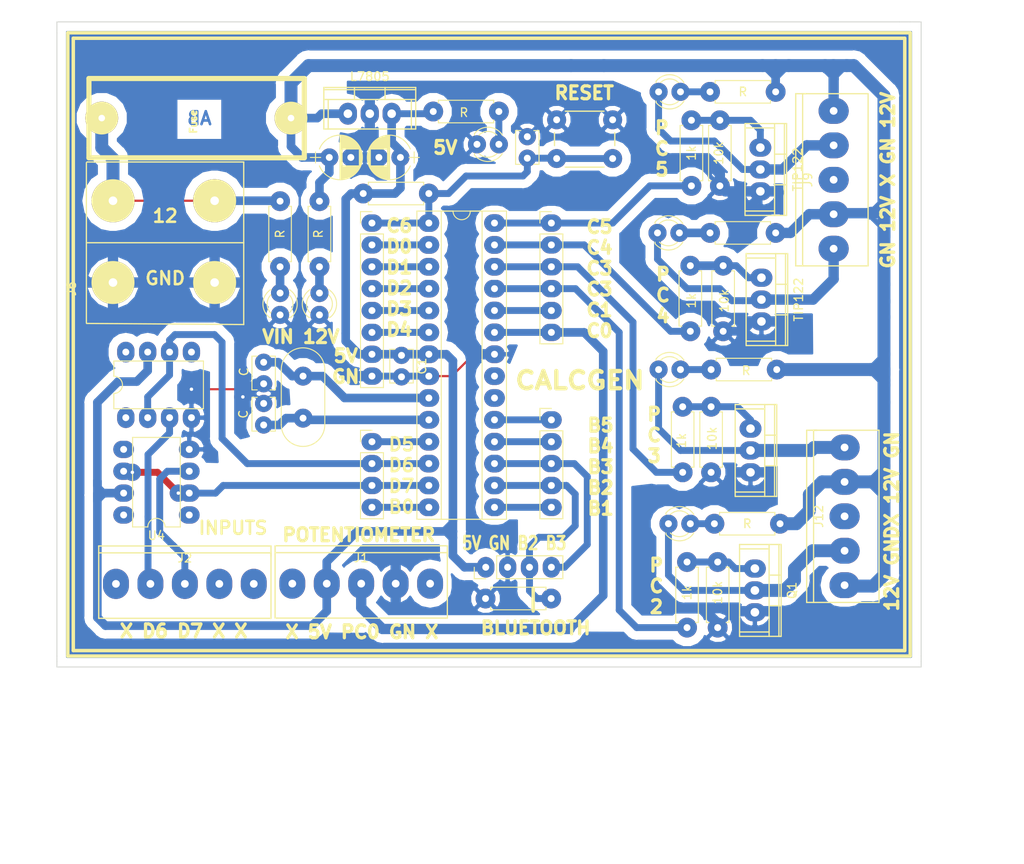
<source format=kicad_pcb>
(kicad_pcb (version 20171130) (host pcbnew "(5.0.2)-1")
  (layers (0 F.Cu signal) (31 B.Cu signal) (34 B.Paste user) (35 F.Paste user) (36 B.SilkS user) (37 F.SilkS user) (38 B.Mask user) (39 F.Mask user) (44 Edge.Cuts user))
  (net 0 "")
  (net 1 +5V)
  (net 2 GND)
  (net 3 "Net-(C2-Pad2)")
  (net 4 "Net-(C3-Pad2)")
  (net 5 /PC6)
  (net 6 +12V)
  (net 7 "Net-(D1-Pad2)")
  (net 8 "Net-(D2-Pad2)")
  (net 9 "Net-(D3-Pad2)")
  (net 10 "Net-(D4-Pad2)")
  (net 11 "Net-(D9-Pad2)")
  (net 12 "Net-(D10-Pad2)")
  (net 13 "Net-(D13-Pad2)")
  (net 14 /PB2)
  (net 15 /vin)
  (net 16 /PD0)
  (net 17 /PD1)
  (net 18 /PC5)
  (net 19 /PC4)
  (net 20 /PC3)
  (net 21 /PC2)
  (net 22 /PC1)
  (net 23 /PC0)
  (net 24 /PB0)
  (net 25 /PD5)
  (net 26 /PB3)
  (net 27 /PB1)
  (net 28 /PB4)
  (net 29 /PB5)
  (net 30 /PD2)
  (net 31 /PD3)
  (net 32 /PD4)
  (net 33 "Net-(Q1-Pad1)")
  (net 34 "Net-(Q2-Pad1)")
  (net 35 "Net-(Q3-Pad1)")
  (net 36 "Net-(Q4-Pad1)")
  (net 37 /I_1)
  (net 38 /I_2)
  (net 39 /C_1)
  (net 40 /C_2)
  (net 41 /PC3_G)
  (net 42 /PC5_G)
  (net 43 /PC2_G)
  (net 44 /PC4_G)
  (module modFiles:new_5_jst_bournier (layer F.Cu) (at 177.292 63.9826 90)
    (fp_text reference J9 (at 5 -3 90) (layer F.SilkS))
    (fp_text value Conn_01x05)
    (pad 5 thru_hole oval (at -3 0 90) (size 3 3.5) (drill 0.9) (layers *.Cu *.Mask) (net 44 /PC4_G))
    (pad 4 thru_hole oval (at 1 0 90) (size 3 3.5) (drill 0.9) (layers *.Cu *.Mask) (net 6 +12V))
    (pad 3 thru_hole oval (at 5 0 90) (size 3 3.5) (drill 0.9) (layers *.Cu *.Mask))
    (pad 2 thru_hole oval (at 9 0 90) (size 3 3.5) (drill 0.9) (layers *.Cu *.Mask) (net 42 /PC5_G))
    (pad 1 thru_hole oval (at 13 0 90) (size 3 3.5) (drill 0.9) (layers *.Cu *.Mask) (net 6 +12V))
  )
  (module modFiles:new_5_jst_bournier (layer F.Cu) (at 178.562 103.0732 90)
    (fp_text reference J12 (at 5 -3 90) (layer F.SilkS))
    (fp_text value Conn_01x05)
    (pad 1 thru_hole oval (at -3 0 90) (size 3 3.5) (drill 0.9) (layers *.Cu *.Mask) (net 6 +12V))
    (pad 2 thru_hole oval (at 1 0 90) (size 3 3.5) (drill 0.9) (layers *.Cu *.Mask) (net 43 /PC2_G))
    (pad 3 thru_hole oval (at 5 0 90) (size 3 3.5) (drill 0.9) (layers *.Cu *.Mask))
    (pad 4 thru_hole oval (at 9 0 90) (size 3 3.5) (drill 0.9) (layers *.Cu *.Mask) (net 6 +12V))
    (pad 5 thru_hole oval (at 13 0 90) (size 3 3.5) (drill 0.9) (layers *.Cu *.Mask) (net 41 /PC3_G))
  )
  (module Pin_Headers:Pin_Header_Straight_1x04_Pitch2.54mm (layer F.Cu) (at 136.906 103.9876 90)
    (fp_text reference J7 hide)
    (fp_text value Conn_01x04)
    (pad 1 thru_hole oval (at 0 0 90) (size 2.4 2) (drill 0.8) (layers *.Cu *.Mask) (net 1 +5V))
    (pad 2 thru_hole oval (at 0 2.54 90) (size 2.4 2) (drill 0.8) (layers *.Cu *.Mask) (net 2 GND))
    (pad 3 thru_hole oval (at 0 5.08 90) (size 2.4 2) (drill 0.8) (layers *.Cu *.Mask) (net 14 /PB2))
    (pad 4 thru_hole oval (at 0 7.62 90) (size 2.4 2) (drill 0.8) (layers *.Cu *.Mask) (net 26 /PB3))
  )
  (module Housings_DIP:DIP-8_W7.62mm (layer F.Cu) (at 102.489 97.917 180)
    (fp_text reference U4 (at 3.81 -2.39 180) (layer F.SilkS))
    (fp_text value LM741)
    (pad 8 thru_hole oval (at 7.62 0 180) (size 2.4 2) (drill 0.8) (layers *.Cu *.Mask))
    (pad 4 thru_hole oval (at 0 7.62 180) (size 2.4 2) (drill 0.8) (layers *.Cu *.Mask) (net 2 GND))
    (pad 7 thru_hole oval (at 7.62 2.54 180) (size 2.4 2) (drill 0.8) (layers *.Cu *.Mask) (net 1 +5V))
    (pad 3 thru_hole oval (at 0 5.08 180) (size 2.4 2) (drill 0.8) (layers *.Cu *.Mask) (net 38 /I_2))
    (pad 6 thru_hole oval (at 7.62 5.08 180) (size 2.4 2) (drill 0.8) (layers *.Cu *.Mask) (net 40 /C_2))
    (pad 2 thru_hole oval (at 0 2.54 180) (size 2.4 2) (drill 0.8) (layers *.Cu *.Mask) (net 40 /C_2))
    (pad 5 thru_hole oval (at 7.62 7.62 180) (size 2.4 2) (drill 0.8) (layers *.Cu *.Mask))
    (pad 1 thru_hole oval (at 0 0 180) (size 2.4 2) (drill 0.8) (layers *.Cu *.Mask))
  )
  (module Housings_DIP:DIP-8_W7.62mm (layer F.Cu) (at 95.123 86.614 90)
    (fp_text reference U3 hide)
    (fp_text value LM741)
    (pad 1 thru_hole oval (at 0 0 90) (size 2.4 2) (drill 0.8) (layers *.Cu *.Mask))
    (pad 5 thru_hole oval (at 7.62 7.62 90) (size 2.4 2) (drill 0.8) (layers *.Cu *.Mask))
    (pad 2 thru_hole oval (at 0 2.54 90) (size 2.4 2) (drill 0.8) (layers *.Cu *.Mask) (net 39 /C_1))
    (pad 6 thru_hole oval (at 7.62 5.08 90) (size 2.4 2) (drill 0.8) (layers *.Cu *.Mask) (net 39 /C_1))
    (pad 3 thru_hole oval (at 0 5.08 90) (size 2.4 2) (drill 0.8) (layers *.Cu *.Mask) (net 37 /I_1))
    (pad 7 thru_hole oval (at 7.62 2.54 90) (size 2.4 2) (drill 0.8) (layers *.Cu *.Mask) (net 1 +5V))
    (pad 4 thru_hole oval (at 0 7.62 90) (size 2.4 2) (drill 0.8) (layers *.Cu *.Mask) (net 2 GND))
    (pad 8 thru_hole oval (at 7.62 0 90) (size 2.4 2) (drill 0.8) (layers *.Cu *.Mask))
  )
  (module modFiles:Resistor_small (layer F.Cu) (at 171.069 98.933 180)
    (fp_text reference R5 hide)
    (fp_text value R (at 3.81 0 180) (layer F.SilkS))
    (pad 2 thru_hole circle (at 7.62 0 180) (size 2.3 2.3) (drill 0.8) (layers *.Cu *.Mask) (net 9 "Net-(D3-Pad2)"))
    (pad 1 thru_hole circle (at 0 0 180) (size 2.3 2.3) (drill 0.8) (layers *.Cu *.Mask) (net 6 +12V))
  )
  (module Pin_Headers:Pin_Header_Straight_1x05_Pitch2.54mm (layer F.Cu) (at 144.526 86.868)
    (fp_text reference J8 hide)
    (fp_text value Conn_01x05)
    (pad 5 thru_hole oval (at 0 10.16) (size 2.4 2) (drill 0.8) (layers *.Cu *.Mask) (net 27 /PB1))
    (pad 4 thru_hole oval (at 0 7.62) (size 2.4 2) (drill 0.8) (layers *.Cu *.Mask) (net 14 /PB2))
    (pad 3 thru_hole oval (at 0 5.08) (size 2.4 2) (drill 0.8) (layers *.Cu *.Mask) (net 26 /PB3))
    (pad 2 thru_hole oval (at 0 2.54) (size 2.4 2) (drill 0.8) (layers *.Cu *.Mask) (net 28 /PB4))
    (pad 1 thru_hole oval (at 0 0) (size 2.4 2) (drill 0.8) (layers *.Cu *.Mask) (net 29 /PB5))
  )
  (module Pin_Headers:Pin_Header_Straight_1x06_Pitch2.54mm (layer F.Cu) (at 144.526 64.008)
    (fp_text reference J4 hide)
    (fp_text value Conn_01x06)
    (pad 1 thru_hole oval (at 0 0) (size 2.4 2) (drill 0.8) (layers *.Cu *.Mask) (net 18 /PC5))
    (pad 2 thru_hole oval (at 0 2.54) (size 2.4 2) (drill 0.8) (layers *.Cu *.Mask) (net 19 /PC4))
    (pad 3 thru_hole oval (at 0 5.08) (size 2.4 2) (drill 0.8) (layers *.Cu *.Mask) (net 20 /PC3))
    (pad 4 thru_hole oval (at 0 7.62) (size 2.4 2) (drill 0.8) (layers *.Cu *.Mask) (net 21 /PC2))
    (pad 5 thru_hole oval (at 0 10.16) (size 2.4 2) (drill 0.8) (layers *.Cu *.Mask) (net 22 /PC1))
    (pad 6 thru_hole oval (at 0 12.7) (size 2.4 2) (drill 0.8) (layers *.Cu *.Mask) (net 23 /PC0))
  )
  (module Pin_Headers:Pin_Header_Straight_1x04_Pitch2.54mm (layer F.Cu) (at 123.698 89.408)
    (fp_text reference J3 hide)
    (fp_text value Conn_01x04)
    (pad 1 thru_hole oval (at 0 0) (size 2.4 2) (drill 0.8) (layers *.Cu *.Mask) (net 25 /PD5))
    (pad 2 thru_hole oval (at 0 2.54) (size 2.4 2) (drill 0.8) (layers *.Cu *.Mask) (net 39 /C_1))
    (pad 3 thru_hole oval (at 0 5.08) (size 2.4 2) (drill 0.8) (layers *.Cu *.Mask) (net 40 /C_2))
    (pad 4 thru_hole oval (at 0 7.62) (size 2.4 2) (drill 0.8) (layers *.Cu *.Mask) (net 24 /PB0))
  )
  (module Pin_Headers:Pin_Header_Straight_1x08_Pitch2.54mm (layer F.Cu) (at 123.698 64.008)
    (fp_text reference J5 hide)
    (fp_text value Conn_01x08)
    (pad 1 thru_hole oval (at 0 0) (size 2.4 2) (drill 0.8) (layers *.Cu *.Mask) (net 5 /PC6))
    (pad 2 thru_hole oval (at 0 2.54) (size 2.4 2) (drill 0.8) (layers *.Cu *.Mask) (net 16 /PD0))
    (pad 3 thru_hole oval (at 0 5.08) (size 2.4 2) (drill 0.8) (layers *.Cu *.Mask) (net 17 /PD1))
    (pad 4 thru_hole oval (at 0 7.62) (size 2.4 2) (drill 0.8) (layers *.Cu *.Mask) (net 30 /PD2))
    (pad 5 thru_hole oval (at 0 10.16) (size 2.4 2) (drill 0.8) (layers *.Cu *.Mask) (net 31 /PD3))
    (pad 6 thru_hole oval (at 0 12.7) (size 2.4 2) (drill 0.8) (layers *.Cu *.Mask) (net 32 /PD4))
    (pad 7 thru_hole oval (at 0 15.24) (size 2.4 2) (drill 0.8) (layers *.Cu *.Mask) (net 1 +5V))
    (pad 8 thru_hole oval (at 0 17.78) (size 2.4 2) (drill 0.8) (layers *.Cu *.Mask) (net 2 GND))
  )
  (module modFiles:Crystal (layer F.Cu) (at 115.697 81.788 270)
    (fp_text reference Y1 hide)
    (fp_text value Crystal)
    (pad 1 thru_hole circle (at 0 0 270) (size 2.2 2.2) (drill 0.8) (layers *.Cu *.Mask) (net 3 "Net-(C2-Pad2)"))
    (pad 2 thru_hole circle (at 4.88 0 270) (size 2.2 2.2) (drill 0.8) (layers *.Cu *.Mask) (net 4 "Net-(C3-Pad2)"))
  )
  (module modFiles:Capacitor_Disc_Small (layer F.Cu) (at 141.732 53.975 270)
    (fp_text reference C4 hide)
    (fp_text value C)
    (pad 1 thru_hole circle (at 0 0 270) (size 2 2) (drill 0.8) (layers *.Cu *.Mask) (net 2 GND))
    (pad 2 thru_hole circle (at 2.5 0 270) (size 2 2) (drill 0.8) (layers *.Cu *.Mask) (net 5 /PC6))
  )
  (module modFiles:LED_D3.0mm (layer F.Cu) (at 156.972 81.026)
    (fp_text reference D1 hide)
    (fp_text value LED)
    (pad 1 thru_hole circle (at 0 0) (size 2.1 2.1) (drill 0.8) (layers *.Cu *.Mask) (net 41 /PC3_G))
    (pad 2 thru_hole circle (at 2.54 0) (size 2.1 2.1) (drill 0.8) (layers *.Cu *.Mask) (net 7 "Net-(D1-Pad2)"))
  )
  (module modFiles:LED_D3.0mm (layer F.Cu) (at 156.972 48.768)
    (fp_text reference D2 hide)
    (fp_text value LED)
    (pad 2 thru_hole circle (at 2.54 0) (size 2.1 2.1) (drill 0.8) (layers *.Cu *.Mask) (net 8 "Net-(D2-Pad2)"))
    (pad 1 thru_hole circle (at 0 0) (size 2.1 2.1) (drill 0.8) (layers *.Cu *.Mask) (net 42 /PC5_G))
  )
  (module modFiles:LED_D3.0mm (layer F.Cu) (at 158.115 98.933)
    (fp_text reference D3 hide)
    (fp_text value LED)
    (pad 1 thru_hole circle (at 0 0) (size 2.1 2.1) (drill 0.8) (layers *.Cu *.Mask) (net 43 /PC2_G))
    (pad 2 thru_hole circle (at 2.54 0) (size 2.1 2.1) (drill 0.8) (layers *.Cu *.Mask) (net 9 "Net-(D3-Pad2)"))
  )
  (module modFiles:LED_D3.0mm (layer F.Cu) (at 156.845 65.151)
    (fp_text reference D4 hide)
    (fp_text value LED)
    (pad 2 thru_hole circle (at 2.54 0) (size 2.1 2.1) (drill 0.8) (layers *.Cu *.Mask) (net 10 "Net-(D4-Pad2)"))
    (pad 1 thru_hole circle (at 0 0) (size 2.1 2.1) (drill 0.8) (layers *.Cu *.Mask) (net 44 /PC4_G))
  )
  (module modFiles:LED_D3.0mm (layer F.Cu) (at 113.03 74.676 90)
    (fp_text reference D9 hide)
    (fp_text value LED)
    (pad 2 thru_hole circle (at 2.54 0 90) (size 2.1 2.1) (drill 0.8) (layers *.Cu *.Mask) (net 11 "Net-(D9-Pad2)"))
    (pad 1 thru_hole circle (at 0 0 90) (size 2.1 2.1) (drill 0.8) (layers *.Cu *.Mask) (net 2 GND))
  )
  (module modFiles:LED_D3.0mm (layer F.Cu) (at 135.89 54.864)
    (fp_text reference D10 hide)
    (fp_text value LED)
    (pad 2 thru_hole circle (at 2.54 0) (size 2.1 2.1) (drill 0.8) (layers *.Cu *.Mask) (net 12 "Net-(D10-Pad2)"))
    (pad 1 thru_hole circle (at 0 0) (size 2.1 2.1) (drill 0.8) (layers *.Cu *.Mask) (net 2 GND))
  )
  (module modFiles:LED_D3.0mm (layer F.Cu) (at 117.602 74.676 90)
    (fp_text reference D13 hide)
    (fp_text value LED)
    (pad 1 thru_hole circle (at 0 0 90) (size 2.1 2.1) (drill 0.8) (layers *.Cu *.Mask) (net 2 GND))
    (pad 2 thru_hole circle (at 2.54 0 90) (size 2.1 2.1) (drill 0.8) (layers *.Cu *.Mask) (net 13 "Net-(D13-Pad2)"))
  )
  (module modFiles:Resistor_small (layer F.Cu) (at 144.5006 107.6198 180)
    (fp_text reference D14 hide)
    (fp_text value D_Zener)
    (pad 2 thru_hole circle (at 7.62 0 180) (size 2.3 2.3) (drill 0.8) (layers *.Cu *.Mask) (net 2 GND))
    (pad 1 thru_hole circle (at 0 0 180) (size 2.3 2.3) (drill 0.8) (layers *.Cu *.Mask) (net 14 /PB2))
  )
  (module modFiles:Fuse_Holder (layer F.Cu) (at 103.124 52.324)
    (fp_text reference F1 hide)
    (fp_text value Fuse (at -0.154 -0.098 90) (layer F.SilkS) (effects (font (size 0.8 0.8) (thickness 0.2))))
    (pad 1 thru_hole circle (at 11.176 -0.508 90) (size 3.81 3.81) (drill 0.762) (layers *.Cu *.Mask F.SilkS) (net 6 +12V))
    (pad 2 thru_hole circle (at -10.795 -0.508 90) (size 3.81 3.81) (drill 0.762) (layers *.Cu *.Mask F.SilkS) (net 15 /vin))
  )
  (module modFiles:Solar_Connector (layer F.Cu) (at 99.06 66.294 90)
    (fp_text reference J6 (at -5.334 -10.2362 90) (layer F.SilkS))
    (fp_text value Conn_01x02 hide)
    (pad 1 thru_hole oval (at -4.6226 -5.4264 180) (size 5 5) (drill 1) (layers *.Cu *.Mask F.SilkS) (net 2 GND))
    (pad 2 thru_hole oval (at 4.8774 -5.4264 180) (size 5 5) (drill 1) (layers *.Cu *.Mask F.SilkS) (net 15 /vin))
    (pad 1 thru_hole oval (at -4.6226 6.3736 180) (size 5 5) (drill 1) (layers *.Cu *.Mask F.SilkS) (net 2 GND))
    (pad 2 thru_hole oval (at 4.8774 6.3736 180) (size 5 5) (drill 1) (layers *.Cu *.Mask F.SilkS) (net 15 /vin))
  )
  (module modFiles:Voltage_Regulators (layer F.Cu) (at 168.148 106.68 270)
    (fp_text reference Q1 (at 0 -4.318 270) (layer F.SilkS))
    (fp_text value TIP122)
    (pad 2 thru_hole oval (at 0 0 270) (size 2.1 2.54) (drill 1) (layers *.Cu *.Mask) (net 43 /PC2_G))
    (pad 3 thru_hole oval (at 2.54 0 270) (size 2.1 2.54) (drill 1) (layers *.Cu *.Mask) (net 2 GND))
    (pad 1 thru_hole oval (at -2.54 0 270) (size 2.1 2.54) (drill 1) (layers *.Cu *.Mask) (net 33 "Net-(Q1-Pad1)"))
  )
  (module modFiles:Voltage_Regulators (layer F.Cu) (at 168.91 72.898 270)
    (fp_text reference Q2 hide)
    (fp_text value TIP122 (at 0 -4.318 270) (layer F.SilkS))
    (pad 1 thru_hole oval (at -2.54 0 270) (size 2.1 2.54) (drill 1) (layers *.Cu *.Mask) (net 34 "Net-(Q2-Pad1)"))
    (pad 3 thru_hole oval (at 2.54 0 270) (size 2.1 2.54) (drill 1) (layers *.Cu *.Mask) (net 2 GND))
    (pad 2 thru_hole oval (at 0 0 270) (size 2.1 2.54) (drill 1) (layers *.Cu *.Mask) (net 44 /PC4_G))
  )
  (module modFiles:Voltage_Regulators (layer F.Cu) (at 167.64 90.424 270)
    (fp_text reference Q3 hide)
    (fp_text value TIP122)
    (pad 2 thru_hole oval (at 0 0 270) (size 2.1 2.54) (drill 1) (layers *.Cu *.Mask) (net 41 /PC3_G))
    (pad 3 thru_hole oval (at 2.54 0 270) (size 2.1 2.54) (drill 1) (layers *.Cu *.Mask) (net 2 GND))
    (pad 1 thru_hole oval (at -2.54 0 270) (size 2.1 2.54) (drill 1) (layers *.Cu *.Mask) (net 35 "Net-(Q3-Pad1)"))
  )
  (module modFiles:Voltage_Regulators (layer F.Cu) (at 168.783 57.785 270)
    (fp_text reference Q4 hide)
    (fp_text value TIP122 (at 0 -4.318 270) (layer F.SilkS))
    (pad 1 thru_hole oval (at -2.54 0 270) (size 2.1 2.54) (drill 1) (layers *.Cu *.Mask) (net 36 "Net-(Q4-Pad1)"))
    (pad 3 thru_hole oval (at 2.54 0 270) (size 2.1 2.54) (drill 1) (layers *.Cu *.Mask) (net 2 GND))
    (pad 2 thru_hole oval (at 0 0 270) (size 2.1 2.54) (drill 1) (layers *.Cu *.Mask) (net 42 /PC5_G))
  )
  (module modFiles:Resistor_small (layer F.Cu) (at 160.274 103.378 270)
    (fp_text reference R1 hide)
    (fp_text value 1k (at 3.556 0 270) (layer F.SilkS))
    (pad 2 thru_hole circle (at 7.62 0 270) (size 2.3 2.3) (drill 0.8) (layers *.Cu *.Mask) (net 21 /PC2))
    (pad 1 thru_hole circle (at 0 0 270) (size 2.3 2.3) (drill 0.8) (layers *.Cu *.Mask) (net 33 "Net-(Q1-Pad1)"))
  )
  (module modFiles:Resistor_small (layer F.Cu) (at 160.655 68.961 270)
    (fp_text reference R2 hide)
    (fp_text value 1k (at 4.064 -0.127 270) (layer F.SilkS))
    (pad 1 thru_hole circle (at 0 0 270) (size 2.3 2.3) (drill 0.8) (layers *.Cu *.Mask) (net 34 "Net-(Q2-Pad1)"))
    (pad 2 thru_hole circle (at 7.62 0 270) (size 2.3 2.3) (drill 0.8) (layers *.Cu *.Mask) (net 19 /PC4))
  )
  (module modFiles:Resistor_small (layer F.Cu) (at 163.83 103.378 270)
    (fp_text reference R3 hide)
    (fp_text value 10k (at 3.556 0 270) (layer F.SilkS))
    (pad 1 thru_hole circle (at 0 0 270) (size 2.3 2.3) (drill 0.8) (layers *.Cu *.Mask) (net 33 "Net-(Q1-Pad1)"))
    (pad 2 thru_hole circle (at 7.62 0 270) (size 2.3 2.3) (drill 0.8) (layers *.Cu *.Mask) (net 2 GND))
  )
  (module modFiles:Resistor_small (layer F.Cu) (at 164.465 68.961 270)
    (fp_text reference R4 hide)
    (fp_text value 10k (at 4.064 -0.127 270) (layer F.SilkS))
    (pad 1 thru_hole circle (at 0 0 270) (size 2.3 2.3) (drill 0.8) (layers *.Cu *.Mask) (net 34 "Net-(Q2-Pad1)"))
    (pad 2 thru_hole circle (at 7.62 0 270) (size 2.3 2.3) (drill 0.8) (layers *.Cu *.Mask) (net 2 GND))
  )
  (module modFiles:Resistor_small (layer F.Cu) (at 170.561 65.151 180)
    (fp_text reference R6 hide)
    (fp_text value R)
    (pad 2 thru_hole circle (at 7.62 0 180) (size 2.3 2.3) (drill 0.8) (layers *.Cu *.Mask) (net 10 "Net-(D4-Pad2)"))
    (pad 1 thru_hole circle (at 0 0 180) (size 2.3 2.3) (drill 0.8) (layers *.Cu *.Mask) (net 6 +12V))
  )
  (module modFiles:Resistor_small (layer F.Cu) (at 122.682 60.579)
    (fp_text reference R8 hide)
    (fp_text value R)
    (pad 2 thru_hole circle (at 7.62 0) (size 2.3 2.3) (drill 0.8) (layers *.Cu *.Mask) (net 5 /PC6))
    (pad 1 thru_hole circle (at 0 0) (size 2.3 2.3) (drill 0.8) (layers *.Cu *.Mask) (net 1 +5V))
  )
  (module modFiles:Resistor_small (layer F.Cu) (at 159.766 85.344 270)
    (fp_text reference R9 hide)
    (fp_text value 1k (at 3.937 0.127 270) (layer F.SilkS))
    (pad 1 thru_hole circle (at 0 0 270) (size 2.3 2.3) (drill 0.8) (layers *.Cu *.Mask) (net 35 "Net-(Q3-Pad1)"))
    (pad 2 thru_hole circle (at 7.62 0 270) (size 2.3 2.3) (drill 0.8) (layers *.Cu *.Mask) (net 20 /PC3))
  )
  (module modFiles:Resistor_small (layer F.Cu) (at 160.782 52.07 270)
    (fp_text reference R10 hide)
    (fp_text value 1k (at 3.81 0 270) (layer F.SilkS))
    (pad 2 thru_hole circle (at 7.62 0 270) (size 2.3 2.3) (drill 0.8) (layers *.Cu *.Mask) (net 18 /PC5))
    (pad 1 thru_hole circle (at 0 0 270) (size 2.3 2.3) (drill 0.8) (layers *.Cu *.Mask) (net 36 "Net-(Q4-Pad1)"))
  )
  (module modFiles:Resistor_small (layer F.Cu) (at 163.068 85.344 270)
    (fp_text reference R11 hide)
    (fp_text value 10k (at 3.683 -0.127 270) (layer F.SilkS))
    (pad 2 thru_hole circle (at 7.62 0 270) (size 2.3 2.3) (drill 0.8) (layers *.Cu *.Mask) (net 2 GND))
    (pad 1 thru_hole circle (at 0 0 270) (size 2.3 2.3) (drill 0.8) (layers *.Cu *.Mask) (net 35 "Net-(Q3-Pad1)"))
  )
  (module modFiles:Resistor_small (layer F.Cu) (at 164.084 52.07 270)
    (fp_text reference R12 hide)
    (fp_text value 10k (at 3.81 0.127 270) (layer F.SilkS))
    (pad 1 thru_hole circle (at 0 0 270) (size 2.3 2.3) (drill 0.8) (layers *.Cu *.Mask) (net 36 "Net-(Q4-Pad1)"))
    (pad 2 thru_hole circle (at 7.62 0 270) (size 2.3 2.3) (drill 0.8) (layers *.Cu *.Mask) (net 2 GND))
  )
  (module modFiles:Resistor_small (layer F.Cu) (at 170.688 81.026 180)
    (fp_text reference R13 hide)
    (fp_text value R (at 3.556 -0.127 180) (layer F.SilkS))
    (pad 2 thru_hole circle (at 7.62 0 180) (size 2.3 2.3) (drill 0.8) (layers *.Cu *.Mask) (net 7 "Net-(D1-Pad2)"))
    (pad 1 thru_hole circle (at 0 0 180) (size 2.3 2.3) (drill 0.8) (layers *.Cu *.Mask) (net 6 +12V))
  )
  (module modFiles:Resistor_small (layer F.Cu) (at 170.561 48.768 180)
    (fp_text reference R14 hide)
    (fp_text value R (at 3.81 0 180) (layer F.SilkS))
    (pad 1 thru_hole circle (at 0 0 180) (size 2.3 2.3) (drill 0.8) (layers *.Cu *.Mask) (net 6 +12V))
    (pad 2 thru_hole circle (at 7.62 0 180) (size 2.3 2.3) (drill 0.8) (layers *.Cu *.Mask) (net 8 "Net-(D2-Pad2)"))
  )
  (module modFiles:Resistor_small (layer F.Cu) (at 113.03 61.468 270)
    (fp_text reference R15 hide)
    (fp_text value R (at 3.81 0 270) (layer F.SilkS))
    (pad 2 thru_hole circle (at 7.62 0 270) (size 2.3 2.3) (drill 0.8) (layers *.Cu *.Mask) (net 11 "Net-(D9-Pad2)"))
    (pad 1 thru_hole circle (at 0 0 270) (size 2.3 2.3) (drill 0.8) (layers *.Cu *.Mask) (net 15 /vin))
  )
  (module modFiles:Resistor_small (layer F.Cu) (at 130.81 51.054)
    (fp_text reference R16 hide)
    (fp_text value R (at 3.556 0.127) (layer F.SilkS))
    (pad 2 thru_hole circle (at 7.62 0) (size 2.3 2.3) (drill 0.8) (layers *.Cu *.Mask) (net 12 "Net-(D10-Pad2)"))
    (pad 1 thru_hole circle (at 0 0) (size 2.3 2.3) (drill 0.8) (layers *.Cu *.Mask) (net 1 +5V))
  )
  (module modFiles:Resistor_small (layer F.Cu) (at 117.602 61.468 270)
    (fp_text reference R19 hide)
    (fp_text value R (at 3.81 0.127 270) (layer F.SilkS))
    (pad 1 thru_hole circle (at 0 0 270) (size 2.3 2.3) (drill 0.8) (layers *.Cu *.Mask) (net 6 +12V))
    (pad 2 thru_hole circle (at 7.62 0 270) (size 2.3 2.3) (drill 0.8) (layers *.Cu *.Mask) (net 13 "Net-(D13-Pad2)"))
  )
  (module modFiles:Push_Button (layer F.Cu) (at 151.638 56.515 180)
    (fp_text reference SW1 hide)
    (fp_text value SW_Push)
    (pad 2 thru_hole circle (at 0 4.5 270) (size 2.2 2.2) (drill 0.8) (layers *.Cu *.Mask) (net 2 GND))
    (pad 1 thru_hole circle (at 0 0 270) (size 2.2 2.2) (drill 0.8) (layers *.Cu *.Mask) (net 5 /PC6))
    (pad 2 thru_hole circle (at 6.5 4.5 270) (size 2.2 2.2) (drill 0.8) (layers *.Cu *.Mask) (net 2 GND))
    (pad 1 thru_hole circle (at 6.5 0 270) (size 2.2 2.2) (drill 0.8) (layers *.Cu *.Mask) (net 5 /PC6))
  )
  (module modFiles:DIP-28 (layer F.Cu) (at 130.302 64.008)
    (fp_text reference U1 hide)
    (fp_text value ATmega328P-PU)
    (pad 1 thru_hole oval (at 0 0) (size 2.4 2.05) (drill 0.8) (layers *.Cu *.Mask) (net 5 /PC6))
    (pad 15 thru_hole oval (at 7.62 33.02) (size 2.4 2.05) (drill 0.8) (layers *.Cu *.Mask) (net 27 /PB1))
    (pad 2 thru_hole oval (at 0 2.54) (size 2.4 2.05) (drill 0.8) (layers *.Cu *.Mask) (net 16 /PD0))
    (pad 16 thru_hole oval (at 7.62 30.48) (size 2.4 2.05) (drill 0.8) (layers *.Cu *.Mask) (net 14 /PB2))
    (pad 3 thru_hole oval (at 0 5.08) (size 2.4 2.05) (drill 0.8) (layers *.Cu *.Mask) (net 17 /PD1))
    (pad 17 thru_hole oval (at 7.62 27.94) (size 2.4 2.05) (drill 0.8) (layers *.Cu *.Mask) (net 26 /PB3))
    (pad 4 thru_hole oval (at 0 7.62) (size 2.4 2.05) (drill 0.8) (layers *.Cu *.Mask) (net 30 /PD2))
    (pad 18 thru_hole oval (at 7.62 25.4) (size 2.4 2.05) (drill 0.8) (layers *.Cu *.Mask) (net 28 /PB4))
    (pad 5 thru_hole oval (at 0 10.16) (size 2.4 2.05) (drill 0.8) (layers *.Cu *.Mask) (net 31 /PD3))
    (pad 19 thru_hole oval (at 7.62 22.86) (size 2.4 2.05) (drill 0.8) (layers *.Cu *.Mask) (net 29 /PB5))
    (pad 6 thru_hole oval (at 0 12.7) (size 2.4 2.05) (drill 0.8) (layers *.Cu *.Mask) (net 32 /PD4))
    (pad 20 thru_hole oval (at 7.62 20.32) (size 2.4 2.05) (drill 0.8) (layers *.Cu *.Mask))
    (pad 7 thru_hole oval (at 0 15.24) (size 2.4 2.05) (drill 0.8) (layers *.Cu *.Mask) (net 1 +5V))
    (pad 21 thru_hole oval (at 7.62 17.78) (size 2.4 2.05) (drill 0.8) (layers *.Cu *.Mask))
    (pad 8 thru_hole oval (at 0 17.78) (size 2.4 2.05) (drill 0.8) (layers *.Cu *.Mask) (net 2 GND))
    (pad 22 thru_hole oval (at 7.62 15.24) (size 2.4 2.05) (drill 0.8) (layers *.Cu *.Mask) (net 2 GND))
    (pad 9 thru_hole oval (at 0 20.32) (size 2.4 2.05) (drill 0.8) (layers *.Cu *.Mask) (net 3 "Net-(C2-Pad2)"))
    (pad 23 thru_hole oval (at 7.62 12.7) (size 2.4 2.05) (drill 0.8) (layers *.Cu *.Mask) (net 23 /PC0))
    (pad 10 thru_hole oval (at 0 22.86) (size 2.4 2.05) (drill 0.8) (layers *.Cu *.Mask) (net 4 "Net-(C3-Pad2)"))
    (pad 24 thru_hole oval (at 7.62 10.16) (size 2.4 2.05) (drill 0.8) (layers *.Cu *.Mask) (net 22 /PC1))
    (pad 11 thru_hole oval (at 0 25.4) (size 2.4 2.05) (drill 0.8) (layers *.Cu *.Mask) (net 25 /PD5))
    (pad 25 thru_hole oval (at 7.62 7.62) (size 2.4 2.05) (drill 0.8) (layers *.Cu *.Mask) (net 21 /PC2))
    (pad 12 thru_hole oval (at 0 27.94) (size 2.4 2.05) (drill 0.8) (layers *.Cu *.Mask) (net 39 /C_1))
    (pad 26 thru_hole oval (at 7.62 5.08) (size 2.4 2.05) (drill 0.8) (layers *.Cu *.Mask) (net 20 /PC3))
    (pad 13 thru_hole oval (at 0 30.48) (size 2.4 2.05) (drill 0.8) (layers *.Cu *.Mask) (net 40 /C_2))
    (pad 27 thru_hole oval (at 7.62 2.54) (size 2.4 2.05) (drill 0.8) (layers *.Cu *.Mask) (net 19 /PC4))
    (pad 14 thru_hole oval (at 0 33.02) (size 2.4 2.05) (drill 0.8) (layers *.Cu *.Mask) (net 24 /PB0))
    (pad 28 thru_hole oval (at 7.62 0) (size 2.4 2.05) (drill 0.8) (layers *.Cu *.Mask) (net 18 /PC5))
  )
  (module modFiles:Voltage_Regulators (layer F.Cu) (at 123.444 51.308)
    (fp_text reference U2 hide)
    (fp_text value L7805 (at 0 -4.318) (layer F.SilkS))
    (pad 2 thru_hole oval (at 0 0) (size 2.1 2.54) (drill 1) (layers *.Cu *.Mask) (net 2 GND))
    (pad 3 thru_hole oval (at 2.54 0) (size 2.1 2.54) (drill 1) (layers *.Cu *.Mask) (net 1 +5V))
    (pad 1 thru_hole oval (at -2.54 0) (size 2.1 2.54) (drill 1) (layers *.Cu *.Mask) (net 6 +12V))
  )
  (module modFiles:Capacitor_10uF (layer F.Cu) (at 118.745 56.388)
    (fp_text reference C5 hide)
    (fp_text value CP)
    (pad 1 thru_hole circle (at 0 0) (size 2.1 2.1) (drill 0.8) (layers *.Cu *.Mask) (net 6 +12V))
    (pad 2 thru_hole circle (at 2.5 0) (size 2.1 2.1) (drill 0.8) (layers *.Cu *.Mask) (net 2 GND))
  )
  (module modFiles:Capacitor_10uF (layer F.Cu) (at 127 56.388 180)
    (fp_text reference C6 hide)
    (fp_text value CP)
    (pad 2 thru_hole circle (at 2.5 0 180) (size 2.1 2.1) (drill 0.8) (layers *.Cu *.Mask) (net 2 GND))
    (pad 1 thru_hole circle (at 0 0 180) (size 2.1 2.1) (drill 0.8) (layers *.Cu *.Mask) (net 1 +5V))
  )
  (module modFiles:Capacitor_Disc_Small (layer F.Cu) (at 127.127 79.375 270)
    (fp_text reference C1 (at 1.25 -2.36 270) (layer F.SilkS))
    (fp_text value C)
    (pad 1 thru_hole circle (at 0 0 270) (size 2 2) (drill 0.8) (layers *.Cu *.Mask) (net 1 +5V))
    (pad 2 thru_hole circle (at 2.5 0 270) (size 2 2) (drill 0.8) (layers *.Cu *.Mask) (net 2 GND))
  )
  (module modFiles:Capacitor_Disc_Small (layer F.Cu) (at 111.125 82.677 90)
    (fp_text reference C2 hide)
    (fp_text value C (at 1.397 -2.286 90) (layer F.SilkS))
    (pad 2 thru_hole circle (at 2.5 0 90) (size 2 2) (drill 0.8) (layers *.Cu *.Mask) (net 3 "Net-(C2-Pad2)"))
    (pad 1 thru_hole circle (at 0 0 90) (size 2 2) (drill 0.8) (layers *.Cu *.Mask) (net 2 GND))
  )
  (module modFiles:Capacitor_Disc_Small (layer F.Cu) (at 111.125 84.963 270)
    (fp_text reference C3 hide)
    (fp_text value C (at 1.25 2.36 270) (layer F.SilkS))
    (pad 1 thru_hole circle (at 0 0 270) (size 2 2) (drill 0.8) (layers *.Cu *.Mask) (net 2 GND))
    (pad 2 thru_hole circle (at 2.5 0 270) (size 2 2) (drill 0.8) (layers *.Cu *.Mask) (net 4 "Net-(C3-Pad2)"))
  )
  (module modFiles:new_5_jst_bournier (layer F.Cu) (at 117.4496 105.8926)
    (fp_text reference J1 (at 5 -3) (layer F.SilkS))
    (fp_text value Conn_01x05)
    (pad 5 thru_hole oval (at 13 0) (size 3 3.5) (drill 0.9) (layers *.Cu *.Mask))
    (pad 4 thru_hole oval (at 9 0) (size 3 3.5) (drill 0.9) (layers *.Cu *.Mask) (net 2 GND))
    (pad 3 thru_hole oval (at 5 0) (size 3 3.5) (drill 0.9) (layers *.Cu *.Mask) (net 23 /PC0))
    (pad 2 thru_hole oval (at 1 0) (size 3 3.5) (drill 0.9) (layers *.Cu *.Mask) (net 1 +5V))
    (pad 1 thru_hole oval (at -3 0) (size 3 3.5) (drill 0.9) (layers *.Cu *.Mask))
  )
  (module modFiles:new_5_jst_bournier (layer F.Cu) (at 96.9772 105.918)
    (fp_text reference J2 (at 5 -3) (layer F.SilkS))
    (fp_text value Conn_01x05)
    (pad 5 thru_hole oval (at 13 0) (size 3 3.5) (drill 0.9) (layers *.Cu *.Mask))
    (pad 4 thru_hole oval (at 9 0) (size 3 3.5) (drill 0.9) (layers *.Cu *.Mask))
    (pad 3 thru_hole oval (at 5 0) (size 3 3.5) (drill 0.9) (layers *.Cu *.Mask) (net 38 /I_2))
    (pad 2 thru_hole oval (at 1 0) (size 3 3.5) (drill 0.9) (layers *.Cu *.Mask) (net 37 /I_1))
    (pad 1 thru_hole oval (at -3 0) (size 3 3.5) (drill 0.9) (layers *.Cu *.Mask))
  )
  (gr_text AB (at 103.6574 51.8414) (layer B.Cu) (effects (font (size 1.5 1.5) (thickness 0.3)) (justify mirror)))
  (gr_text INPUTS (at 107.569 99.4156) (layer F.SilkS) (effects (font (size 1.5 1.5) (thickness 0.3))))
  (gr_text "12V GNDX 12V GN" (at 184.0484 98.6536 90) (layer F.SilkS) (effects (font (size 1.5 1.5) (thickness 0.375))))
  (gr_text "GN 12V X GN 12V" (at 183.5912 59.0296 90) (layer F.SilkS) (effects (font (size 1.5 1.5) (thickness 0.375))))
  (gr_text "X 5V PC0 GN X" (at 122.5296 111.506) (layer F.SilkS) (effects (font (size 1.5 1.5) (thickness 0.375))))
  (gr_text "P\nC\n2" (at 156.718 106.172) (layer F.SilkS) (effects (font (size 1.5 1.5) (thickness 0.375))))
  (gr_text "P\nC\n3" (at 156.464 88.646) (layer F.SilkS) (effects (font (size 1.5 1.5) (thickness 0.375))))
  (gr_text "P\nC\n4" (at 157.48 72.39) (layer F.SilkS) (effects (font (size 1.5 1.5) (thickness 0.375))))
  (gr_text "P\nC\n5" (at 157.353 55.372) (layer F.SilkS) (effects (font (size 1.5 1.5) (thickness 0.375))))
  (gr_text RESET (at 148.336 48.895) (layer F.SilkS) (effects (font (size 1.5 1.5) (thickness 0.375))))
  (gr_text "12\n\n\nGND" (at 99.695 66.802) (layer F.SilkS) (effects (font (size 1.5 1.5) (thickness 0.3))))
  (gr_text BLUETOOTH (at 142.6972 111.0488) (layer F.SilkS) (effects (font (size 1.5 1.5) (thickness 0.375))))
  (gr_text POTENTIOMETER (at 122.174 100.2284) (layer F.SilkS) (effects (font (size 1.5 1.5) (thickness 0.375))))
  (gr_line (start 142.4178 106.4006) (end 142.4178 109.0676) (angle 90) (layer F.SilkS) (width 0.4))
  (gr_text 5V (at 132.207 55.245) (layer F.SilkS) (effects (font (size 1.5 1.5) (thickness 0.375))))
  (gr_text "X D6 D7 X X " (at 102.4128 111.4044) (layer F.SilkS) (effects (font (size 1.5 1.5) (thickness 0.375))))
  (gr_text "VIN 12V" (at 115.443 77.216) (layer F.SilkS) (effects (font (size 1.5 1.5) (thickness 0.375))))
  (gr_text "5V GN B2 B3\n" (at 140.208 101.1936) (layer F.SilkS) (effects (font (size 1.5 1.2) (thickness 0.3))))
  (gr_text "D5\nD6\nD7\nB0" (at 127.127 93.345) (layer F.SilkS) (effects (font (size 1.5 1.5) (thickness 0.3))))
  (gr_text "5V\nGN" (at 120.65 80.645) (layer F.SilkS) (effects (font (size 1.5 1.5) (thickness 0.375))))
  (gr_text "C6\nD0\nD1\nD2\nD3\nD4\n" (at 126.873 70.358) (layer F.SilkS) (effects (font (size 1.5 1.5) (thickness 0.375))))
  (gr_text "B5\nB4\nB3\nB2\nB1\n" (at 150.241 92.329) (layer F.SilkS) (effects (font (size 1.5 1.5) (thickness 0.375))))
  (gr_text "C5\nC4\nC3\nC3\nC1\nC0" (at 150.114 70.485) (layer F.SilkS) (effects (font (size 1.5 1.5) (thickness 0.375))))
  (gr_line (start 89.027 113.665) (end 89.027 42.545) (angle 90) (layer F.SilkS) (width 0.4))
  (gr_line (start 185.547 113.665) (end 89.027 113.665) (angle 90) (layer F.SilkS) (width 0.4))
  (gr_line (start 185.547 42.545) (end 185.547 113.665) (angle 90) (layer F.SilkS) (width 0.4))
  (gr_line (start 89.027 42.545) (end 185.547 42.545) (angle 90) (layer F.SilkS) (width 0.4))
  (gr_line (start 88.392 114.3) (end 88.392 41.91) (angle 90) (layer F.SilkS) (width 0.4))
  (gr_line (start 186.182 114.3) (end 88.392 114.3) (angle 90) (layer F.SilkS) (width 0.4))
  (gr_line (start 186.182 41.91) (end 186.182 114.3) (angle 90) (layer F.SilkS) (width 0.4))
  (gr_line (start 88.392 41.91) (end 186.182 41.91) (angle 90) (layer F.SilkS) (width 0.4))
  (gr_text CALCGEN (at 147.828 82.296) (layer F.SilkS) (effects (font (size 2 2.25) (thickness 0.5))))
  (gr_line (start 87.122 115.57) (end 87.122 114.935) (angle 90) (layer Edge.Cuts) (width 0.1))
  (gr_line (start 187.452 115.57) (end 87.122 115.57) (angle 90) (layer Edge.Cuts) (width 0.1))
  (gr_line (start 187.452 114.935) (end 187.452 115.57) (angle 90) (layer Edge.Cuts) (width 0.1))
  (gr_line (start 87.122 114.935) (end 87.122 114.3) (angle 90) (layer Edge.Cuts) (width 0.1))
  (gr_line (start 187.452 114.3) (end 187.452 114.935) (angle 90) (layer Edge.Cuts) (width 0.1))
  (gr_line (start 187.452 40.64) (end 187.452 114.3) (angle 90) (layer Edge.Cuts) (width 0.1))
  (gr_line (start 186.182 40.64) (end 187.452 40.64) (angle 90) (layer Edge.Cuts) (width 0.1))
  (gr_line (start 184.912 40.64) (end 186.182 40.64) (angle 90) (layer Edge.Cuts) (width 0.1))
  (gr_line (start 87.122 40.64) (end 184.912 40.64) (angle 90) (layer Edge.Cuts) (width 0.1))
  (gr_line (start 87.122 41.91) (end 87.122 40.64) (angle 90) (layer Edge.Cuts) (width 0.1))
  (gr_line (start 87.122 41.91) (end 87.122 114.3) (angle 90) (layer Edge.Cuts) (width 0.1))
  (segment (start 130.302 79.248) (end 132.334 79.248) (width 1) (layer B.Cu) (net 1))
  (segment (start 132.334 79.248) (end 133.096 80.01) (width 1) (layer B.Cu) (net 1))
  (segment (start 133.096 98.5774) (end 133.096 80.01) (width 1) (layer B.Cu) (net 1))
  (segment (start 134.4422 103.9876) (end 136.906 103.9876) (width 0.8) (layer B.Cu) (net 1))
  (segment (start 133.096 102.6414) (end 134.4422 103.9876) (width 0.8) (layer B.Cu) (net 1))
  (segment (start 133.096 99.822) (end 133.096 98.5774) (width 1) (layer B.Cu) (net 1))
  (segment (start 125.984 51.308) (end 125.984 54.61) (width 1) (layer B.Cu) (net 1))
  (segment (start 125.984 54.61) (end 127 55.626) (width 1) (layer B.Cu) (net 1))
  (segment (start 127 55.626) (end 127 56.896) (width 1) (layer B.Cu) (net 1))
  (segment (start 123.698 79.248) (end 122.174 79.248) (width 1) (layer B.Cu) (net 1))
  (segment (start 127 59.944) (end 127 56.896) (width 1) (layer B.Cu) (net 1))
  (segment (start 126.365 60.579) (end 127 59.944) (width 1) (layer B.Cu) (net 1))
  (segment (start 121.285 60.579) (end 126.365 60.579) (width 1) (layer B.Cu) (net 1))
  (segment (start 120.65 61.214) (end 121.285 60.579) (width 1) (layer B.Cu) (net 1))
  (segment (start 120.65 77.724) (end 120.65 76.81) (width 1) (layer B.Cu) (net 1))
  (segment (start 120.65 76.81) (end 120.65 61.214) (width 1) (layer B.Cu) (net 1))
  (segment (start 122.174 79.248) (end 120.65 77.724) (width 1) (layer B.Cu) (net 1))
  (segment (start 123.698 79.248) (end 130.302 79.248) (width 1) (layer B.Cu) (net 1))
  (segment (start 97.663 78.994) (end 97.663 81.153) (width 1) (layer B.Cu) (net 1))
  (segment (start 91.821 94.469) (end 91.821 84.836) (width 1) (layer B.Cu) (net 1))
  (segment (start 91.821 84.836) (end 94.234 82.423) (width 1) (layer B.Cu) (net 1))
  (segment (start 94.234 82.423) (end 96.393 82.423) (width 1) (layer B.Cu) (net 1))
  (segment (start 96.393 82.423) (end 97.663 81.153) (width 1) (layer B.Cu) (net 1))
  (segment (start 91.821 93.98) (end 91.821 94.469) (width 1) (layer B.Cu) (net 1))
  (segment (start 91.821 93.98) (end 91.821 95.4532) (width 1) (layer B.Cu) (net 1))
  (segment (start 91.821 95.4532) (end 91.821 95.611) (width 1) (layer B.Cu) (net 1))
  (segment (start 91.821 95.611) (end 91.821 96.26) (width 1) (layer B.Cu) (net 1))
  (segment (start 94.869 95.377) (end 92.825 95.377) (width 1) (layer B.Cu) (net 1))
  (segment (start 92.825 95.377) (end 92.055 95.377) (width 1) (layer B.Cu) (net 1))
  (segment (start 92.055 95.377) (end 91.821 95.611) (width 1) (layer B.Cu) (net 1))
  (segment (start 91.821 96.26) (end 91.942 96.26) (width 0.6) (layer B.Cu) (net 1))
  (segment (start 91.942 96.26) (end 92.825 95.377) (width 0.6) (layer B.Cu) (net 1))
  (segment (start 92.825 95.377) (end 92.729 95.377) (width 0.6) (layer B.Cu) (net 1))
  (segment (start 92.729 95.377) (end 91.821 94.469) (width 0.6) (layer B.Cu) (net 1))
  (segment (start 125.984 51.308) (end 130.556 51.308) (width 0.8) (layer B.Cu) (net 1))
  (segment (start 130.556 51.308) (end 130.81 51.054) (width 0.8) (layer B.Cu) (net 1))
  (segment (start 118.4496 105.8926) (end 118.4496 103.3432) (width 1) (layer B.Cu) (net 1))
  (segment (start 118.4496 103.3432) (end 121.9708 99.822) (width 1) (layer B.Cu) (net 1))
  (segment (start 121.9708 99.822) (end 132.0292 99.822) (width 1) (layer B.Cu) (net 1))
  (segment (start 132.0292 99.822) (end 133.096 99.822) (width 1) (layer B.Cu) (net 1))
  (segment (start 133.096 99.822) (end 133.096 100.5586) (width 1) (layer B.Cu) (net 1))
  (segment (start 133.096 100.5586) (end 133.096 102.6414) (width 1) (layer B.Cu) (net 1))
  (segment (start 133.096 102.6414) (end 134.4422 103.9876) (width 1) (layer B.Cu) (net 1))
  (segment (start 134.4422 103.9876) (end 136.906 103.9876) (width 1) (layer B.Cu) (net 1))
  (segment (start 132.0292 99.822) (end 133.096 100.8888) (width 0.6) (layer B.Cu) (net 1))
  (segment (start 132.7658 100.5586) (end 133.096 100.5586) (width 0.6) (layer B.Cu) (net 1))
  (segment (start 133.096 100.8888) (end 132.7658 100.5586) (width 0.6) (layer B.Cu) (net 1))
  (segment (start 132.0292 99.822) (end 132.0292 99.6442) (width 0.6) (layer B.Cu) (net 1))
  (segment (start 132.0292 99.6442) (end 133.096 98.5774) (width 0.6) (layer B.Cu) (net 1))
  (segment (start 91.821 95.4532) (end 91.821 109.8296) (width 1) (layer B.Cu) (net 1))
  (segment (start 118.4496 109.0836) (end 118.4496 105.8926) (width 1) (layer B.Cu) (net 1))
  (segment (start 116.7638 110.7694) (end 118.4496 109.0836) (width 1) (layer B.Cu) (net 1))
  (segment (start 92.7608 110.7694) (end 116.7638 110.7694) (width 1) (layer B.Cu) (net 1))
  (segment (start 91.821 109.8296) (end 92.7608 110.7694) (width 1) (layer B.Cu) (net 1))
  (segment (start 123.698 81.788) (end 130.302 81.788) (width 0.8) (layer B.Cu) (net 2))
  (segment (start 168.529 75.565) (end 167.767 75.565) (width 1) (layer B.Cu) (net 2))
  (segment (start 166.751 76.581) (end 164.465 76.581) (width 1) (layer B.Cu) (net 2))
  (segment (start 167.767 75.565) (end 166.751 76.581) (width 1) (layer B.Cu) (net 2))
  (segment (start 168.783 60.325) (end 168.783 60.833) (width 1) (layer B.Cu) (net 2))
  (segment (start 167.767 61.849) (end 164.465 61.849) (width 1) (layer B.Cu) (net 2))
  (segment (start 168.783 60.833) (end 167.767 61.849) (width 1) (layer B.Cu) (net 2))
  (segment (start 130.302 81.788) (end 132.969 81.788) (width 0.25) (layer F.Cu) (net 2))
  (segment (start 135.509 79.248) (end 137.922 79.248) (width 0.25) (layer F.Cu) (net 2))
  (segment (start 132.969 81.788) (end 135.509 79.248) (width 0.25) (layer F.Cu) (net 2))
  (segment (start 93.6336 70.9166) (end 97.2056 70.9166) (width 1.2) (layer B.Cu) (net 2))
  (segment (start 97.2056 70.9166) (end 97.409 71.12) (width 1.2) (layer B.Cu) (net 2))
  (segment (start 93.6336 70.9166) (end 93.6336 75.2186) (width 1.2) (layer B.Cu) (net 2))
  (segment (start 93.6336 75.2186) (end 93.853 75.438) (width 1.2) (layer B.Cu) (net 2))
  (segment (start 93.6336 70.9166) (end 93.6336 66.1324) (width 1.2) (layer B.Cu) (net 2))
  (segment (start 93.6336 66.1324) (end 93.853 65.913) (width 1.2) (layer B.Cu) (net 2))
  (segment (start 93.6336 70.9166) (end 90.7286 70.9166) (width 1.2) (layer B.Cu) (net 2))
  (segment (start 90.7286 70.9166) (end 90.17 70.358) (width 1.2) (layer B.Cu) (net 2))
  (segment (start 105.4336 70.9166) (end 101.5236 70.9166) (width 1.2) (layer B.Cu) (net 2))
  (segment (start 101.5236 70.9166) (end 101.346 70.739) (width 1.2) (layer B.Cu) (net 2))
  (segment (start 105.4336 70.9166) (end 105.4336 74.6996) (width 1.2) (layer B.Cu) (net 2))
  (segment (start 105.4336 74.6996) (end 105.664 74.93) (width 1.2) (layer B.Cu) (net 2))
  (segment (start 105.4336 70.9166) (end 105.4336 66.2704) (width 1.2) (layer B.Cu) (net 2))
  (segment (start 105.4336 66.2704) (end 105.537 66.167) (width 1.2) (layer B.Cu) (net 2))
  (segment (start 105.4336 70.9166) (end 108.7884 70.9166) (width 1.2) (layer B.Cu) (net 2))
  (segment (start 108.7884 70.9166) (end 109.22 70.485) (width 1.2) (layer B.Cu) (net 2))
  (segment (start 123.698 81.788) (end 121.539 81.788) (width 1.2) (layer B.Cu) (net 2))
  (segment (start 121.539 81.788) (end 120.904 81.153) (width 1.2) (layer B.Cu) (net 2))
  (segment (start 164.084 59.69) (end 164.084 58.293) (width 1.2) (layer B.Cu) (net 2))
  (segment (start 164.084 58.293) (end 162.814 57.023) (width 1.2) (layer B.Cu) (net 2))
  (segment (start 137.922 79.248) (end 136.271 79.248) (width 1.2) (layer B.Cu) (net 2))
  (segment (start 136.271 79.248) (end 135.128 78.105) (width 1.2) (layer B.Cu) (net 2))
  (segment (start 123.444 51.308) (end 123.444 48.26) (width 1.2) (layer B.Cu) (net 2))
  (segment (start 123.444 48.26) (end 123.571 48.133) (width 1.2) (layer B.Cu) (net 2))
  (segment (start 123.444 51.308) (end 123.444 54.102) (width 1.2) (layer B.Cu) (net 2))
  (segment (start 123.063 54.483) (end 123.063 54.61) (width 1.2) (layer B.Cu) (net 2))
  (segment (start 123.444 54.102) (end 123.063 54.483) (width 1.2) (layer B.Cu) (net 2))
  (segment (start 121.245 56.388) (end 124.5 56.388) (width 1.2) (layer B.Cu) (net 2))
  (segment (start 163.83 110.998) (end 163.83 110.236) (width 0.8) (layer B.Cu) (net 2))
  (segment (start 162.56 108.966) (end 157.861 108.966) (width 0.8) (layer B.Cu) (net 2))
  (segment (start 163.83 110.236) (end 162.56 108.966) (width 0.8) (layer B.Cu) (net 2))
  (segment (start 165.862 109.093) (end 170.688 109.093) (width 1.2) (layer B.Cu) (net 2))
  (segment (start 170.688 109.093) (end 170.815 109.22) (width 1.2) (layer B.Cu) (net 2))
  (segment (start 168.783 60.325) (end 164.719 60.325) (width 1.2) (layer B.Cu) (net 2))
  (segment (start 164.719 60.325) (end 164.084 59.69) (width 1.2) (layer B.Cu) (net 2))
  (segment (start 168.783 60.325) (end 170.815 60.325) (width 1.2) (layer B.Cu) (net 2))
  (segment (start 170.815 60.325) (end 170.942 60.452) (width 1.2) (layer B.Cu) (net 2))
  (segment (start 168.91 75.438) (end 166.37 75.438) (width 1.2) (layer B.Cu) (net 2))
  (segment (start 168.91 75.438) (end 171.831 75.438) (width 1.2) (layer B.Cu) (net 2))
  (segment (start 167.64 92.964) (end 165.354 92.964) (width 1.2) (layer B.Cu) (net 2))
  (segment (start 167.64 92.964) (end 169.799 92.964) (width 1.2) (layer B.Cu) (net 2))
  (segment (start 169.799 92.964) (end 169.926 93.091) (width 1.2) (layer B.Cu) (net 2))
  (segment (start 111.125 82.677) (end 110.236 82.677) (width 1.2) (layer B.Cu) (net 2))
  (segment (start 102.743 83.312) (end 102.743 86.614) (width 0.25) (layer B.Cu) (net 2))
  (via (at 102.743 83.312) (size 2) (drill 0.4) (layers F.Cu B.Cu) (net 2))
  (segment (start 107.823 83.312) (end 102.743 83.312) (width 0.25) (layer F.Cu) (net 2))
  (segment (start 108.712 84.201) (end 107.823 83.312) (width 0.25) (layer F.Cu) (net 2))
  (via (at 108.712 84.201) (size 2) (drill 0.4) (layers F.Cu B.Cu) (net 2))
  (segment (start 110.236 82.677) (end 108.712 84.201) (width 1.2) (layer B.Cu) (net 2))
  (segment (start 126.4496 105.8926) (end 126.4496 102.7346) (width 1.2) (layer B.Cu) (net 2))
  (segment (start 126.4496 102.7346) (end 126.492 102.6922) (width 1.2) (layer B.Cu) (net 2))
  (segment (start 126.4496 105.8926) (end 126.4496 108.8982) (width 1.2) (layer B.Cu) (net 2))
  (segment (start 126.4496 108.8982) (end 126.492 108.9406) (width 1.2) (layer B.Cu) (net 2))
  (segment (start 111.125 80.177) (end 112.816 80.177) (width 1) (layer B.Cu) (net 3))
  (segment (start 114.427 81.788) (end 115.697 81.788) (width 1) (layer B.Cu) (net 3))
  (segment (start 112.816 80.177) (end 114.427 81.788) (width 1) (layer B.Cu) (net 3))
  (segment (start 115.697 81.788) (end 117.983 81.788) (width 1) (layer B.Cu) (net 3))
  (segment (start 120.523 84.328) (end 130.302 84.328) (width 1) (layer B.Cu) (net 3))
  (segment (start 117.983 81.788) (end 120.523 84.328) (width 1) (layer B.Cu) (net 3))
  (segment (start 111.125 87.463) (end 112.943 87.463) (width 1) (layer B.Cu) (net 4))
  (segment (start 113.738 86.668) (end 115.697 86.668) (width 1) (layer B.Cu) (net 4))
  (segment (start 112.943 87.463) (end 113.738 86.668) (width 1) (layer B.Cu) (net 4))
  (segment (start 130.302 86.868) (end 115.897 86.868) (width 1) (layer B.Cu) (net 4))
  (segment (start 115.897 86.868) (end 115.697 86.668) (width 1) (layer B.Cu) (net 4))
  (segment (start 123.698 64.008) (end 130.302 64.008) (width 0.8) (layer B.Cu) (net 5))
  (segment (start 130.302 64.008) (end 130.302 60.579) (width 0.8) (layer B.Cu) (net 5))
  (segment (start 141.732 56.475) (end 145.098 56.475) (width 0.8) (layer B.Cu) (net 5))
  (segment (start 145.098 56.475) (end 145.138 56.515) (width 0.8) (layer B.Cu) (net 5))
  (segment (start 145.138 56.515) (end 151.638 56.515) (width 0.8) (layer B.Cu) (net 5))
  (segment (start 130.302 60.579) (end 132.588 60.579) (width 0.8) (layer B.Cu) (net 5))
  (segment (start 141.732 58.039) (end 141.732 56.475) (width 0.8) (layer B.Cu) (net 5))
  (segment (start 141.224 58.547) (end 141.732 58.039) (width 0.8) (layer B.Cu) (net 5))
  (segment (start 134.62 58.547) (end 141.224 58.547) (width 0.8) (layer B.Cu) (net 5))
  (segment (start 132.588 60.579) (end 134.62 58.547) (width 0.8) (layer B.Cu) (net 5))
  (segment (start 114.3 51.816) (end 117.348 51.816) (width 1) (layer B.Cu) (net 6))
  (segment (start 117.856 51.308) (end 120.904 51.308) (width 1) (layer B.Cu) (net 6))
  (segment (start 117.348 51.816) (end 117.856 51.308) (width 1) (layer B.Cu) (net 6))
  (segment (start 183.134 104.902) (end 181.864 106.172) (width 1.5) (layer B.Cu) (net 6))
  (segment (start 178.562 106.0732) (end 178.6608 106.172) (width 1.5) (layer B.Cu) (net 6))
  (segment (start 181.864 106.172) (end 178.6608 106.172) (width 1.5) (layer B.Cu) (net 6))
  (segment (start 183.134 96.012) (end 183.134 104.902) (width 1.5) (layer B.Cu) (net 6))
  (segment (start 183.134 84.836) (end 183.134 82.804) (width 1.5) (layer B.Cu) (net 6))
  (segment (start 183.134 84.836) (end 183.134 92.2274) (width 1.5) (layer B.Cu) (net 6))
  (segment (start 183.134 92.2274) (end 183.134 94.107) (width 1.5) (layer B.Cu) (net 6))
  (segment (start 183.134 94.107) (end 183.134 96.012) (width 1.5) (layer B.Cu) (net 6))
  (segment (start 183.134 64.77) (end 183.134 65.532) (width 1.5) (layer B.Cu) (net 6))
  (segment (start 181.61 62.865) (end 181.864 62.865) (width 1.5) (layer B.Cu) (net 6))
  (segment (start 183.134 65.532) (end 183.134 71.12) (width 1.5) (layer B.Cu) (net 6))
  (segment (start 183.134 71.12) (end 183.134 73.0758) (width 1.5) (layer B.Cu) (net 6))
  (segment (start 183.134 73.0758) (end 183.134 73.152) (width 1.5) (layer B.Cu) (net 6))
  (segment (start 183.134 79.248) (end 183.134 74.93) (width 1.5) (layer B.Cu) (net 6))
  (segment (start 183.134 74.93) (end 183.134 73.0758) (width 1.5) (layer B.Cu) (net 6))
  (segment (start 183.134 79.248) (end 183.134 81.534) (width 1.5) (layer B.Cu) (net 6))
  (segment (start 183.134 81.534) (end 183.134 82.296) (width 1.5) (layer B.Cu) (net 6))
  (segment (start 183.134 82.296) (end 183.134 82.804) (width 1.5) (layer B.Cu) (net 6))
  (segment (start 183.134 49.2252) (end 183.134 61.214) (width 1.5) (layer B.Cu) (net 6))
  (segment (start 172.085 45.72) (end 176.3014 45.72) (width 1.5) (layer B.Cu) (net 6))
  (segment (start 176.3014 45.72) (end 177.2666 45.72) (width 1.5) (layer B.Cu) (net 6))
  (segment (start 177.2666 45.72) (end 178.816 45.72) (width 1.5) (layer B.Cu) (net 6))
  (segment (start 178.816 45.72) (end 179.6288 45.72) (width 1.5) (layer B.Cu) (net 6))
  (segment (start 179.6288 45.72) (end 183.134 49.2252) (width 1.5) (layer B.Cu) (net 6))
  (segment (start 170.561 45.72) (end 172.085 45.72) (width 1.5) (layer B.Cu) (net 6))
  (segment (start 150.622 45.72) (end 169.037 45.72) (width 1.5) (layer B.Cu) (net 6))
  (segment (start 114.3 51.816) (end 114.3 47.752) (width 1.5) (layer B.Cu) (net 6))
  (segment (start 114.3 47.752) (end 116.332 45.72) (width 1.5) (layer B.Cu) (net 6))
  (segment (start 146.812 45.72) (end 150.622 45.72) (width 1.5) (layer B.Cu) (net 6))
  (segment (start 116.332 45.72) (end 146.812 45.72) (width 1.5) (layer B.Cu) (net 6))
  (segment (start 169.037 45.72) (end 170.561 45.72) (width 1.5) (layer B.Cu) (net 6))
  (segment (start 183.134 61.214) (end 183.134 65.532) (width 1.5) (layer B.Cu) (net 6))
  (segment (start 181.864 62.865) (end 181.864 63.5) (width 0.6) (layer B.Cu) (net 6))
  (segment (start 181.864 63.5) (end 183.134 64.77) (width 0.6) (layer B.Cu) (net 6))
  (segment (start 181.61 62.865) (end 181.61 62.738) (width 0.6) (layer B.Cu) (net 6))
  (segment (start 181.61 62.738) (end 183.134 61.214) (width 0.6) (layer B.Cu) (net 6))
  (segment (start 183.134 81.026) (end 183.134 81.534) (width 1.5) (layer B.Cu) (net 6))
  (segment (start 170.688 81.026) (end 181.61 81.026) (width 1.5) (layer B.Cu) (net 6))
  (segment (start 181.61 81.026) (end 183.134 81.026) (width 1.5) (layer B.Cu) (net 6))
  (segment (start 181.61 81.026) (end 181.61 81.28) (width 0.6) (layer B.Cu) (net 6))
  (segment (start 181.61 81.28) (end 183.134 82.804) (width 0.6) (layer B.Cu) (net 6))
  (segment (start 183.134 82.804) (end 182.626 82.296) (width 0.6) (layer B.Cu) (net 6))
  (segment (start 182.626 82.296) (end 183.134 82.296) (width 0.6) (layer B.Cu) (net 6))
  (segment (start 181.61 81.026) (end 181.61 80.772) (width 0.6) (layer B.Cu) (net 6))
  (segment (start 181.61 80.772) (end 183.134 79.248) (width 0.6) (layer B.Cu) (net 6))
  (segment (start 114.3 51.816) (end 114.3 55.118) (width 1) (layer B.Cu) (net 6))
  (segment (start 115.57 56.388) (end 118.745 56.388) (width 1) (layer B.Cu) (net 6))
  (segment (start 114.3 55.118) (end 115.57 56.388) (width 1) (layer B.Cu) (net 6))
  (segment (start 117.602 61.468) (end 117.602 59.309) (width 1) (layer B.Cu) (net 6))
  (segment (start 118.745 58.166) (end 118.745 56.388) (width 1) (layer B.Cu) (net 6))
  (segment (start 117.602 59.309) (end 118.745 58.166) (width 1) (layer B.Cu) (net 6))
  (segment (start 170.561 45.72) (end 170.561 45.974) (width 0.8) (layer B.Cu) (net 6))
  (segment (start 170.561 45.974) (end 170.561 45.72) (width 0.8) (layer B.Cu) (net 6))
  (segment (start 170.561 48.768) (end 170.561 46.99) (width 1) (layer B.Cu) (net 6))
  (segment (start 170.561 46.99) (end 170.561 45.72) (width 1) (layer B.Cu) (net 6))
  (segment (start 170.561 46.99) (end 170.307 46.99) (width 0.6) (layer B.Cu) (net 6))
  (segment (start 170.307 46.99) (end 169.037 45.72) (width 0.6) (layer B.Cu) (net 6))
  (segment (start 170.561 46.99) (end 170.815 46.99) (width 0.6) (layer B.Cu) (net 6))
  (segment (start 170.815 46.99) (end 172.085 45.72) (width 0.6) (layer B.Cu) (net 6))
  (segment (start 170.561 65.151) (end 172.2882 65.151) (width 1.2) (layer B.Cu) (net 6))
  (segment (start 174.4566 62.9826) (end 177.292 62.9826) (width 1.2) (layer B.Cu) (net 6))
  (segment (start 172.2882 65.151) (end 174.4566 62.9826) (width 1.2) (layer B.Cu) (net 6))
  (segment (start 181.864 62.865) (end 177.4096 62.865) (width 1.2) (layer B.Cu) (net 6))
  (segment (start 177.4096 62.865) (end 177.292 62.9826) (width 1.2) (layer B.Cu) (net 6))
  (segment (start 171.069 98.933) (end 172.9486 98.933) (width 1.5) (layer B.Cu) (net 6))
  (segment (start 175.9542 94.0732) (end 178.562 94.0732) (width 1.5) (layer B.Cu) (net 6))
  (segment (start 174.4726 95.5548) (end 175.9542 94.0732) (width 1.5) (layer B.Cu) (net 6))
  (segment (start 174.4726 97.409) (end 174.4726 95.5548) (width 1.5) (layer B.Cu) (net 6))
  (segment (start 172.9486 98.933) (end 174.4726 97.409) (width 1.5) (layer B.Cu) (net 6))
  (segment (start 178.562 94.0732) (end 181.5846 94.0732) (width 1.5) (layer B.Cu) (net 6))
  (segment (start 181.5846 94.0732) (end 183.134 94.0732) (width 1.5) (layer B.Cu) (net 6))
  (segment (start 182.8292 94.107) (end 183.134 94.107) (width 1.5) (layer B.Cu) (net 6))
  (segment (start 183.1002 94.107) (end 182.8292 94.107) (width 1.5) (layer B.Cu) (net 6))
  (segment (start 183.134 94.0732) (end 183.1002 94.107) (width 1.5) (layer B.Cu) (net 6))
  (segment (start 181.5846 94.0732) (end 181.5846 93.7768) (width 0.6) (layer B.Cu) (net 6))
  (segment (start 181.5846 93.7768) (end 183.134 92.2274) (width 0.6) (layer B.Cu) (net 6))
  (segment (start 181.5846 94.0732) (end 181.5846 94.4626) (width 0.6) (layer B.Cu) (net 6))
  (segment (start 181.5846 94.4626) (end 183.134 96.012) (width 0.6) (layer B.Cu) (net 6))
  (segment (start 177.292 50.9826) (end 177.292 47.2694) (width 1.2) (layer B.Cu) (net 6))
  (segment (start 177.292 47.2694) (end 177.292 45.72) (width 1.2) (layer B.Cu) (net 6))
  (segment (start 177.2666 46.3804) (end 177.2666 45.72) (width 1.2) (layer B.Cu) (net 6))
  (segment (start 177.2666 45.7454) (end 177.2666 46.3804) (width 1.2) (layer B.Cu) (net 6))
  (segment (start 177.292 45.72) (end 177.2666 45.7454) (width 1.2) (layer B.Cu) (net 6))
  (segment (start 177.292 47.2694) (end 177.292 47.244) (width 0.6) (layer B.Cu) (net 6))
  (segment (start 177.292 47.244) (end 178.816 45.72) (width 0.6) (layer B.Cu) (net 6))
  (segment (start 177.292 47.2694) (end 175.7426 45.72) (width 0.6) (layer B.Cu) (net 6))
  (segment (start 176.3014 46.3296) (end 176.3014 45.72) (width 0.6) (layer B.Cu) (net 6))
  (segment (start 175.7426 45.7708) (end 176.3014 46.3296) (width 0.6) (layer B.Cu) (net 6))
  (segment (start 175.7426 45.72) (end 175.7426 45.7708) (width 0.6) (layer B.Cu) (net 6))
  (segment (start 159.512 81.026) (end 163.068 81.026) (width 0.8) (layer B.Cu) (net 7))
  (segment (start 159.512 48.768) (end 162.941 48.768) (width 0.8) (layer B.Cu) (net 8))
  (segment (start 160.655 98.933) (end 163.449 98.933) (width 0.8) (layer B.Cu) (net 9))
  (segment (start 162.941 65.151) (end 159.385 65.151) (width 1) (layer B.Cu) (net 10))
  (segment (start 113.03 72.136) (end 113.03 69.088) (width 1) (layer B.Cu) (net 11))
  (segment (start 138.43 51.054) (end 138.43 54.864) (width 0.8) (layer B.Cu) (net 12))
  (segment (start 117.602 72.136) (end 117.602 69.088) (width 1) (layer B.Cu) (net 13))
  (segment (start 137.922 94.488) (end 144.526 94.488) (width 0.8) (layer B.Cu) (net 14))
  (segment (start 144.526 94.488) (end 146.2786 94.488) (width 0.8) (layer B.Cu) (net 14))
  (segment (start 141.986 101.6) (end 141.986 103.9876) (width 0.8) (layer B.Cu) (net 14))
  (segment (start 143.0782 100.5078) (end 141.986 101.6) (width 0.8) (layer B.Cu) (net 14))
  (segment (start 145.9484 100.5078) (end 143.0782 100.5078) (width 0.8) (layer B.Cu) (net 14))
  (segment (start 147.2946 99.1616) (end 145.9484 100.5078) (width 0.8) (layer B.Cu) (net 14))
  (segment (start 147.2946 95.504) (end 147.2946 99.1616) (width 0.8) (layer B.Cu) (net 14))
  (segment (start 146.2786 94.488) (end 147.2946 95.504) (width 0.8) (layer B.Cu) (net 14))
  (segment (start 141.986 103.9876) (end 141.986 106.7308) (width 0.8) (layer B.Cu) (net 14))
  (segment (start 142.875 107.6198) (end 144.5006 107.6198) (width 0.8) (layer B.Cu) (net 14))
  (segment (start 141.986 106.7308) (end 142.875 107.6198) (width 0.8) (layer B.Cu) (net 14))
  (segment (start 92.329 51.816) (end 92.329 55.245) (width 1.5) (layer B.Cu) (net 15))
  (segment (start 93.6336 56.5496) (end 93.6336 61.4166) (width 1.5) (layer B.Cu) (net 15))
  (segment (start 92.329 55.245) (end 93.6336 56.5496) (width 1.5) (layer B.Cu) (net 15))
  (segment (start 105.4336 61.4166) (end 112.9786 61.4166) (width 1) (layer B.Cu) (net 15))
  (segment (start 112.9786 61.4166) (end 113.03 61.468) (width 1) (layer B.Cu) (net 15))
  (segment (start 93.6336 61.4166) (end 105.4336 61.4166) (width 0.25) (layer F.Cu) (net 15))
  (segment (start 123.698 66.548) (end 130.302 66.548) (width 0.8) (layer B.Cu) (net 16))
  (segment (start 123.698 69.088) (end 130.302 69.088) (width 0.8) (layer B.Cu) (net 17))
  (segment (start 137.922 64.008) (end 144.526 64.008) (width 0.8) (layer B.Cu) (net 18))
  (segment (start 144.526 64.008) (end 151.638 64.008) (width 0.8) (layer B.Cu) (net 18))
  (segment (start 155.956 59.69) (end 160.782 59.69) (width 0.8) (layer B.Cu) (net 18))
  (segment (start 151.638 64.008) (end 155.956 59.69) (width 0.8) (layer B.Cu) (net 18))
  (segment (start 137.922 66.548) (end 144.526 66.548) (width 0.8) (layer B.Cu) (net 19))
  (segment (start 144.526 66.548) (end 148.336 66.548) (width 0.8) (layer B.Cu) (net 19))
  (segment (start 158.369 76.581) (end 160.655 76.581) (width 0.8) (layer B.Cu) (net 19))
  (segment (start 148.336 66.548) (end 158.369 76.581) (width 0.8) (layer B.Cu) (net 19))
  (segment (start 137.922 69.088) (end 144.526 69.088) (width 0.8) (layer B.Cu) (net 20))
  (segment (start 144.526 69.088) (end 147.574 69.088) (width 0.8) (layer B.Cu) (net 20))
  (segment (start 154.000002 75.514002) (end 154.000002 90.246002) (width 0.8) (layer B.Cu) (net 20))
  (segment (start 147.574 69.088) (end 154.000002 75.514002) (width 0.8) (layer B.Cu) (net 20))
  (segment (start 159.766 92.964) (end 156.718 92.964) (width 0.8) (layer B.Cu) (net 20))
  (segment (start 156.718 92.964) (end 154.000002 90.246002) (width 0.8) (layer B.Cu) (net 20))
  (segment (start 137.922 71.628) (end 144.526 71.628) (width 0.8) (layer B.Cu) (net 21))
  (segment (start 144.526 71.628) (end 147.32 71.628) (width 0.8) (layer B.Cu) (net 21))
  (segment (start 154.432 110.998) (end 160.274 110.998) (width 0.8) (layer B.Cu) (net 21))
  (segment (start 152.4 108.966) (end 154.432 110.998) (width 0.8) (layer B.Cu) (net 21))
  (segment (start 152.4 76.708) (end 152.4 108.966) (width 0.8) (layer B.Cu) (net 21))
  (segment (start 147.32 71.628) (end 152.4 76.708) (width 0.8) (layer B.Cu) (net 21))
  (segment (start 137.922 74.168) (end 144.526 74.168) (width 0.8) (layer B.Cu) (net 22))
  (segment (start 137.922 76.708) (end 144.526 76.708) (width 0.8) (layer B.Cu) (net 23))
  (segment (start 148.336 76.708) (end 144.526 76.708) (width 1) (layer B.Cu) (net 23))
  (segment (start 150.544002 78.916002) (end 148.336 76.708) (width 1) (layer B.Cu) (net 23))
  (segment (start 150.544002 107.265998) (end 150.544002 78.916002) (width 1) (layer B.Cu) (net 23))
  (segment (start 146.65 111.16) (end 150.544002 107.265998) (width 1) (layer B.Cu) (net 23))
  (segment (start 124.9268 111.16) (end 146.65 111.16) (width 1.2) (layer B.Cu) (net 23))
  (segment (start 122.4496 105.8926) (end 122.4496 108.6828) (width 1.2) (layer B.Cu) (net 23))
  (segment (start 122.4496 108.6828) (end 124.9268 111.16) (width 1.2) (layer B.Cu) (net 23))
  (segment (start 123.698 97.028) (end 130.302 97.028) (width 0.8) (layer B.Cu) (net 24))
  (segment (start 123.698 89.408) (end 130.302 89.408) (width 0.8) (layer B.Cu) (net 25))
  (segment (start 137.922 91.948) (end 144.526 91.948) (width 0.8) (layer B.Cu) (net 26))
  (segment (start 144.526 91.948) (end 147.193 91.948) (width 0.8) (layer B.Cu) (net 26))
  (segment (start 146.05 103.9876) (end 144.526 103.9876) (width 0.8) (layer B.Cu) (net 26))
  (segment (start 148.6916 101.346) (end 146.05 103.9876) (width 0.8) (layer B.Cu) (net 26))
  (segment (start 148.6916 93.4466) (end 148.6916 101.346) (width 0.8) (layer B.Cu) (net 26))
  (segment (start 147.193 91.948) (end 148.6916 93.4466) (width 0.8) (layer B.Cu) (net 26))
  (segment (start 137.922 97.028) (end 144.526 97.028) (width 0.8) (layer B.Cu) (net 27))
  (segment (start 137.922 89.408) (end 144.526 89.408) (width 0.8) (layer B.Cu) (net 28))
  (segment (start 137.922 86.868) (end 144.526 86.868) (width 0.8) (layer B.Cu) (net 29))
  (segment (start 123.698 71.628) (end 130.302 71.628) (width 0.8) (layer B.Cu) (net 30))
  (segment (start 123.698 74.168) (end 130.302 74.168) (width 0.8) (layer B.Cu) (net 31))
  (segment (start 123.698 76.708) (end 130.302 76.708) (width 0.8) (layer B.Cu) (net 32))
  (segment (start 160.274 103.378) (end 163.83 103.378) (width 0.8) (layer B.Cu) (net 33))
  (segment (start 163.83 103.378) (end 165.1 103.378) (width 0.8) (layer B.Cu) (net 33))
  (segment (start 165.862 104.14) (end 168.148 104.14) (width 0.8) (layer B.Cu) (net 33))
  (segment (start 165.1 103.378) (end 165.862 104.14) (width 0.8) (layer B.Cu) (net 33))
  (segment (start 164.465 68.961) (end 160.655 68.961) (width 1) (layer B.Cu) (net 34))
  (segment (start 164.465 68.961) (end 165.989 68.961) (width 0.8) (layer B.Cu) (net 34))
  (segment (start 167.386 70.358) (end 168.91 70.358) (width 0.8) (layer B.Cu) (net 34))
  (segment (start 165.989 68.961) (end 167.386 70.358) (width 0.8) (layer B.Cu) (net 34))
  (segment (start 159.766 85.344) (end 163.068 85.344) (width 0.8) (layer B.Cu) (net 35))
  (segment (start 167.64 87.884) (end 167.64 86.868) (width 0.8) (layer B.Cu) (net 35))
  (segment (start 166.116 85.344) (end 163.068 85.344) (width 0.8) (layer B.Cu) (net 35))
  (segment (start 167.64 86.868) (end 166.116 85.344) (width 0.8) (layer B.Cu) (net 35))
  (segment (start 160.782 52.07) (end 167.64 52.07) (width 0.8) (layer B.Cu) (net 36))
  (segment (start 168.783 53.213) (end 168.783 55.245) (width 0.8) (layer B.Cu) (net 36))
  (segment (start 167.64 52.07) (end 168.783 53.213) (width 0.8) (layer B.Cu) (net 36))
  (segment (start 100.203 86.614) (end 100.203 88.392) (width 0.8) (layer B.Cu) (net 37))
  (segment (start 97.702 105.6428) (end 97.9772 105.918) (width 0.8) (layer B.Cu) (net 37))
  (segment (start 97.702 98.132) (end 97.702 105.6428) (width 0.8) (layer B.Cu) (net 37))
  (segment (start 97.702 98.132) (end 97.702 90.893) (width 0.8) (layer B.Cu) (net 37))
  (segment (start 97.702 90.893) (end 100.203 88.392) (width 0.8) (layer B.Cu) (net 37))
  (segment (start 102.489 92.837) (end 99.949 92.837) (width 0.8) (layer B.Cu) (net 38))
  (segment (start 99.06 99.908) (end 100.6172 101.4652) (width 0.8) (layer B.Cu) (net 38))
  (segment (start 100.6172 101.4652) (end 100.711 101.559) (width 0.8) (layer B.Cu) (net 38))
  (segment (start 99.06 93.726) (end 99.06 99.908) (width 0.8) (layer B.Cu) (net 38))
  (segment (start 99.949 92.837) (end 99.06 93.726) (width 0.8) (layer B.Cu) (net 38))
  (segment (start 100.6172 101.4652) (end 100.627 101.4652) (width 0.8) (layer B.Cu) (net 38))
  (segment (start 101.9772 102.8154) (end 101.9772 105.918) (width 0.8) (layer B.Cu) (net 38))
  (segment (start 100.627 101.4652) (end 101.9772 102.8154) (width 0.8) (layer B.Cu) (net 38))
  (segment (start 123.698 91.948) (end 130.302 91.948) (width 0.8) (layer B.Cu) (net 39))
  (segment (start 97.663 86.614) (end 97.663 84.201) (width 0.8) (layer B.Cu) (net 39))
  (segment (start 97.663 84.201) (end 100.203 81.661) (width 0.8) (layer B.Cu) (net 39))
  (segment (start 100.203 81.661) (end 100.203 78.994) (width 0.8) (layer B.Cu) (net 39))
  (segment (start 123.698 91.948) (end 109.22 91.948) (width 0.8) (layer B.Cu) (net 39))
  (segment (start 100.203 77.597) (end 100.203 78.994) (width 0.8) (layer B.Cu) (net 39))
  (segment (start 100.838 76.962) (end 100.203 77.597) (width 0.8) (layer B.Cu) (net 39))
  (segment (start 105.41 76.962) (end 100.838 76.962) (width 0.8) (layer B.Cu) (net 39))
  (segment (start 106.299 77.851) (end 105.41 76.962) (width 0.8) (layer B.Cu) (net 39))
  (segment (start 106.299 89.027) (end 106.299 77.851) (width 0.8) (layer B.Cu) (net 39))
  (segment (start 109.22 91.948) (end 106.299 89.027) (width 0.8) (layer B.Cu) (net 39))
  (segment (start 123.698 94.488) (end 130.302 94.488) (width 0.8) (layer B.Cu) (net 40))
  (segment (start 102.489 95.377) (end 101.219 95.377) (width 0.8) (layer B.Cu) (net 40))
  (via (at 101.219 95.377) (size 2) (drill 0.4) (layers F.Cu B.Cu) (net 40))
  (segment (start 101.219 95.377) (end 98.806 92.964) (width 0.8) (layer F.Cu) (net 40))
  (segment (start 98.806 92.964) (end 95.885 92.964) (width 0.8) (layer F.Cu) (net 40))
  (via (at 95.885 92.964) (size 2) (drill 0.4) (layers F.Cu B.Cu) (net 40))
  (segment (start 95.885 92.964) (end 95.758 92.837) (width 0.8) (layer B.Cu) (net 40))
  (segment (start 95.758 92.837) (end 94.869 92.837) (width 0.8) (layer B.Cu) (net 40))
  (segment (start 102.489 95.377) (end 105.537 95.377) (width 0.8) (layer B.Cu) (net 40))
  (segment (start 106.426 94.488) (end 123.698 94.488) (width 0.8) (layer B.Cu) (net 40))
  (segment (start 105.537 95.377) (end 106.426 94.488) (width 0.8) (layer B.Cu) (net 40))
  (segment (start 159.512 90.424) (end 167.64 90.424) (width 0.8) (layer B.Cu) (net 41))
  (segment (start 156.972 87.884) (end 159.512 90.424) (width 0.8) (layer B.Cu) (net 41))
  (segment (start 156.972 81.026) (end 156.972 87.884) (width 0.8) (layer B.Cu) (net 41))
  (segment (start 167.64 90.424) (end 174.6758 90.424) (width 1.5) (layer B.Cu) (net 41))
  (segment (start 175.0266 90.0732) (end 178.562 90.0732) (width 1.5) (layer B.Cu) (net 41))
  (segment (start 174.6758 90.424) (end 175.0266 90.0732) (width 1.5) (layer B.Cu) (net 41))
  (segment (start 156.972 48.768) (end 156.972 53.086) (width 0.8) (layer B.Cu) (net 42))
  (segment (start 166.751 57.785) (end 168.783 57.785) (width 0.8) (layer B.Cu) (net 42))
  (segment (start 163.449 54.483) (end 166.751 57.785) (width 0.8) (layer B.Cu) (net 42))
  (segment (start 158.369 54.483) (end 163.449 54.483) (width 0.8) (layer B.Cu) (net 42))
  (segment (start 156.972 53.086) (end 158.369 54.483) (width 0.8) (layer B.Cu) (net 42))
  (segment (start 168.783 57.785) (end 171.3738 57.785) (width 1.2) (layer B.Cu) (net 42))
  (segment (start 174.1762 54.9826) (end 177.292 54.9826) (width 1.2) (layer B.Cu) (net 42))
  (segment (start 171.3738 57.785) (end 174.1762 54.9826) (width 1.2) (layer B.Cu) (net 42))
  (segment (start 168.148 106.68) (end 169.164 106.68) (width 0.8) (layer B.Cu) (net 43))
  (segment (start 158.115 98.933) (end 158.115 104.902) (width 0.8) (layer B.Cu) (net 43))
  (segment (start 159.893 106.68) (end 168.148 106.68) (width 0.8) (layer B.Cu) (net 43))
  (segment (start 158.115 104.902) (end 159.893 106.68) (width 0.8) (layer B.Cu) (net 43))
  (segment (start 168.148 106.68) (end 169.164 106.68) (width 1.2) (layer B.Cu) (net 43))
  (segment (start 178.562 102.0732) (end 174.863 102.0732) (width 1.5) (layer B.Cu) (net 43))
  (segment (start 171.577 106.68) (end 168.148 106.68) (width 1.5) (layer B.Cu) (net 43))
  (segment (start 172.7454 105.5116) (end 171.577 106.68) (width 1.5) (layer B.Cu) (net 43))
  (segment (start 172.7454 104.1908) (end 172.7454 105.5116) (width 1.5) (layer B.Cu) (net 43))
  (segment (start 174.863 102.0732) (end 172.7454 104.1908) (width 1.5) (layer B.Cu) (net 43))
  (segment (start 169.037 73.025) (end 166.751 73.025) (width 0.8) (layer B.Cu) (net 44))
  (segment (start 165.481 73.025) (end 166.751 73.025) (width 0.8) (layer B.Cu) (net 44))
  (segment (start 164.084 71.628) (end 165.481 73.025) (width 0.8) (layer B.Cu) (net 44))
  (segment (start 160.274 71.628) (end 164.084 71.628) (width 0.8) (layer B.Cu) (net 44))
  (segment (start 156.845 68.199) (end 160.274 71.628) (width 0.8) (layer B.Cu) (net 44))
  (segment (start 156.845 68.199) (end 156.845 65.151) (width 0.8) (layer B.Cu) (net 44))
  (segment (start 168.91 72.898) (end 169.926 72.898) (width 0.8) (layer B.Cu) (net 44))
  (segment (start 169.926 72.898) (end 168.91 72.898) (width 1.2) (layer B.Cu) (net 44))
  (segment (start 168.91 72.898) (end 174.9044 72.898) (width 1.2) (layer B.Cu) (net 44))
  (segment (start 177.292 70.5104) (end 177.292 66.9826) (width 1.2) (layer B.Cu) (net 44))
  (segment (start 174.9044 72.898) (end 177.292 70.5104) (width 1.2) (layer B.Cu) (net 44))
  (zone (net 2) (net_name GND) (layer B.Cu) (connect_pads (clearance 1)) (min_thickness 0.254) (fill yes (arc_segments 16) (thermal_gap 0.508) (thermal_bridge_width 0.508))
    (polygon (pts (xy 80.772 38.1) (xy 199.39 38.1) (xy 199.39 135.89) (xy 80.518 138.43) (xy 80.518 38.1)))
  )
  (zone (net 0) (net_name "") (layer B.Cu) (connect_pads (clearance 1)) (min_thickness 0.254)
    (keepout (tracks not_allowed) (vias not_allowed) (copperpour not_allowed))
    (fill (arc_segments 16) (thermal_gap 0.508) (thermal_bridge_width 0.508))
    (polygon (pts (xy 171.45 59.055) (xy 171.45 63.373) (xy 172.212 62.23)))
  )
  (zone (net 0) (net_name "") (layer B.Cu) (connect_pads (clearance 1)) (min_thickness 0.254)
    (keepout (tracks not_allowed) (vias not_allowed) (copperpour not_allowed))
    (fill (arc_segments 16) (thermal_gap 0.508) (thermal_bridge_width 0.508))
    (polygon (pts (xy 168.783 65.532) (xy 166.116 67.564) (xy 167.64 67.564)))
  )
  (zone (net 0) (net_name "") (layer B.Cu) (connect_pads (clearance 1)) (min_thickness 0.254)
    (keepout (tracks not_allowed) (vias not_allowed) (copperpour not_allowed))
    (fill (arc_segments 16) (thermal_gap 0.508) (thermal_bridge_width 0.508))
    (polygon (pts (xy 170.815 91.567) (xy 170.815 97.663) (xy 172.212 95.504)))
  )
  (zone (net 0) (net_name "") (layer B.Cu) (connect_pads (clearance 1)) (min_thickness 0.254)
    (keepout (tracks not_allowed) (vias not_allowed) (copperpour not_allowed))
    (fill (arc_segments 16) (thermal_gap 0.508) (thermal_bridge_width 0.508))
    (polygon (pts (xy 162.052 77.851) (xy 162.941 79.121) (xy 162.179 78.74)))
  )
  (zone (net 0) (net_name "") (layer B.Cu) (connect_pads (clearance 1)) (min_thickness 0.254)
    (keepout (tracks not_allowed) (vias not_allowed) (copperpour not_allowed))
    (fill (arc_segments 16) (thermal_gap 0.508) (thermal_bridge_width 0.508))
    (polygon (pts (xy 139.573 80.772) (xy 140.843 77.724) (xy 140.716 79.756)))
  )
  (zone (net 0) (net_name "") (layer B.Cu) (connect_pads (clearance 1)) (min_thickness 0.254)
    (keepout (tracks not_allowed) (vias not_allowed) (copperpour not_allowed))
    (fill (arc_segments 16) (thermal_gap 0.508) (thermal_bridge_width 0.508))
    (polygon (pts (xy 120.777 49.403) (xy 120.777 46.99) (xy 120.269 47.498)))
  )
  (zone (net 0) (net_name "") (layer B.Cu) (connect_pads (clearance 1)) (min_thickness 0.254)
    (keepout (tracks not_allowed) (vias not_allowed) (copperpour not_allowed))
    (fill (arc_segments 16) (thermal_gap 0.508) (thermal_bridge_width 0.508))
    (polygon (pts (xy 119.761 55.118) (xy 120.015 53.086) (xy 119.38 53.721)))
  )
  (zone (net 0) (net_name "") (layer B.Cu) (connect_pads (clearance 1)) (min_thickness 0.254)
    (keepout (tracks not_allowed) (vias not_allowed) (copperpour not_allowed))
    (fill (arc_segments 16) (thermal_gap 0.508) (thermal_bridge_width 0.508))
    (polygon (pts (xy 121.539 59.055) (xy 119.634 57.912) (xy 120.015 58.547)))
  )
  (zone (net 0) (net_name "") (layer B.Cu) (connect_pads (clearance 1)) (min_thickness 0.254)
    (keepout (tracks not_allowed) (vias not_allowed) (copperpour not_allowed))
    (fill (arc_segments 16) (thermal_gap 0.508) (thermal_bridge_width 0.508))
    (polygon (pts (xy 101.092 85.344) (xy 101.092 81.915) (xy 100.457 83.439)))
  )
  (zone (net 0) (net_name "") (layer B.Cu) (connect_pads (clearance 1)) (min_thickness 0.254)
    (keepout (tracks not_allowed) (vias not_allowed) (copperpour not_allowed))
    (fill (arc_segments 16) (thermal_gap 0.508) (thermal_bridge_width 0.508))
    (polygon (pts (xy 104.267 79.629) (xy 106.045 79.756) (xy 105.156 79.121)))
  )
  (zone (net 0) (net_name "") (layer B.Cu) (connect_pads (clearance 1)) (min_thickness 0.254)
    (keepout (tracks not_allowed) (vias not_allowed) (copperpour not_allowed))
    (fill (arc_segments 16) (thermal_gap 0.508) (thermal_bridge_width 0.508))
    (polygon (pts (xy 106.299 91.694) (xy 105.993127 91.897915) (xy 107.696 91.948) (xy 106.172 92.964) (xy 103.378 91.821) (xy 105.914726 91.89561) (xy 105.791 89.916)))
  )
  (zone (net 0) (net_name "") (layer B.Cu) (connect_pads (clearance 1)) (min_thickness 0.254)
    (keepout (tracks not_allowed) (vias not_allowed) (copperpour not_allowed))
    (fill (arc_segments 16) (thermal_gap 0.508) (thermal_bridge_width 0.508))
    (polygon (pts (xy 100.584 91.821) (xy 100.711 89.662) (xy 99.822 90.932)))
  )
  (zone (net 0) (net_name "") (layer B.Cu) (connect_pads (clearance 1)) (min_thickness 0.254)
    (keepout (tracks not_allowed) (vias not_allowed) (copperpour not_allowed))
    (fill (arc_segments 16) (thermal_gap 0.508) (thermal_bridge_width 0.508))
    (polygon (pts (xy 155.321 49.022) (xy 150.876 47.117) (xy 154.305 47.625)))
  )
  (zone (net 0) (net_name "") (layer B.Cu) (connect_pads (clearance 1)) (min_thickness 0.254)
    (keepout (tracks not_allowed) (vias not_allowed) (copperpour not_allowed))
    (fill (arc_segments 16) (thermal_gap 0.508) (thermal_bridge_width 0.508))
    (polygon (pts (xy 153.289 94.615) (xy 156.591 94.234) (xy 154.559 93.726)))
  )
  (zone (net 0) (net_name "") (layer B.Cu) (connect_pads (clearance 1)) (min_thickness 0.254)
    (keepout (tracks not_allowed) (vias not_allowed) (copperpour not_allowed))
    (fill (arc_segments 16) (thermal_gap 0.508) (thermal_bridge_width 0.508))
    (polygon (pts (xy 164.465 97.536) (xy 169.926 97.536) (xy 167.64 98.806)))
  )
  (zone (net 0) (net_name "") (layer B.Cu) (connect_pads (clearance 1)) (min_thickness 0.254)
    (keepout (tracks not_allowed) (vias not_allowed) (copperpour not_allowed))
    (fill (arc_segments 16) (thermal_gap 0.508) (thermal_bridge_width 0.508))
    (polygon (pts (xy 152.4 64.643) (xy 152.4 69.215) (xy 151.257 67.691)))
  )
  (zone (net 0) (net_name "") (layer B.Cu) (connect_pads (clearance 1)) (min_thickness 0.254)
    (keepout (tracks not_allowed) (vias not_allowed) (copperpour not_allowed))
    (fill (arc_segments 16) (thermal_gap 0.508) (thermal_bridge_width 0.508))
    (polygon (pts (xy 164.9476 80.6196) (xy 169.0116 80.6196) (xy 167.0558 81.3816)))
  )
  (zone (net 0) (net_name "") (layer B.Cu) (connect_pads (clearance 1)) (min_thickness 0.254)
    (keepout (tracks not_allowed) (vias not_allowed) (copperpour not_allowed))
    (fill (arc_segments 16) (thermal_gap 0.508) (thermal_bridge_width 0.508))
    (polygon (pts (xy 147.9042 111.4552) (xy 153.5684 111.4806) (xy 149.6822 110.3884)))
  )
  (zone (net 0) (net_name "") (layer B.Cu) (connect_pads (clearance 1)) (min_thickness 0.254)
    (keepout (tracks not_allowed) (vias not_allowed) (copperpour not_allowed))
    (fill (arc_segments 16) (thermal_gap 0.508) (thermal_bridge_width 0.508))
    (polygon (pts (xy 117.6528 111.5568) (xy 122.8344 111.6076) (xy 119.6848 110.1852)))
  )
  (zone (net 0) (net_name "") (layer B.Cu) (connect_pads (clearance 1)) (min_thickness 0.254)
    (keepout (tracks not_allowed) (vias not_allowed) (copperpour not_allowed))
    (fill (arc_segments 16) (thermal_gap 0.508) (thermal_bridge_width 0.508))
    (polygon (pts (xy 103.251 80.8228) (xy 105.0544 81.3054) (xy 104.2924 80.3148)))
  )
  (zone (net 0) (net_name "") (layer B.Cu) (connect_pads (clearance 1)) (min_thickness 0.254)
    (keepout (tracks not_allowed) (vias not_allowed) (copperpour not_allowed))
    (fill (arc_segments 16) (thermal_gap 0.508) (thermal_bridge_width 0.508))
    (polygon (pts (xy 114.0968 82.9056) (xy 114.2746 85.6234) (xy 115.1382 84.2772)))
  )
  (zone (net 0) (net_name "") (layer B.Cu) (connect_pads (clearance 1)) (min_thickness 0.254)
    (keepout (tracks not_allowed) (vias not_allowed) (copperpour not_allowed))
    (fill (arc_segments 16) (thermal_gap 0.508) (thermal_bridge_width 0.508))
    (polygon (pts (xy 140.6398 97.9424) (xy 140.6652 101.8286) (xy 141.7574 99.7966)))
  )
  (zone (net 0) (net_name "") (layer B.Cu) (connect_pads (clearance 1)) (min_thickness 0.254)
    (keepout (tracks not_allowed) (vias not_allowed) (copperpour not_allowed))
    (fill (arc_segments 16) (thermal_gap 0.508) (thermal_bridge_width 0.508))
    (polygon (pts (xy 108.2802 89.1794) (xy 109.855 88.773) (xy 109.5756 89.5858)))
  )
  (zone (net 0) (net_name "") (layer B.Cu) (connect_pads (clearance 1)) (min_thickness 0.254)
    (keepout (tracks not_allowed) (vias not_allowed) (copperpour not_allowed))
    (fill (arc_segments 16) (thermal_gap 0.508) (thermal_bridge_width 0.508))
    (polygon (pts (xy 174.879 73.9648) (xy 174.9298 79.8322) (xy 175.8188 77.7494)))
  )
)
</source>
